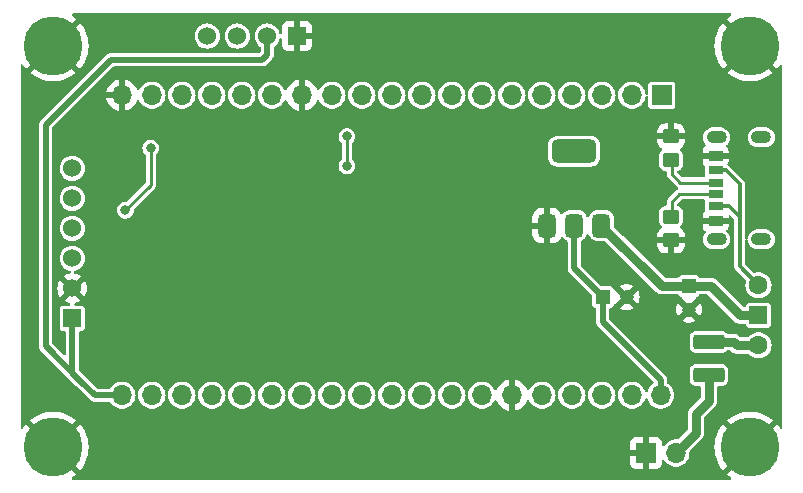
<source format=gbr>
%TF.GenerationSoftware,KiCad,Pcbnew,8.0.4*%
%TF.CreationDate,2024-07-29T23:21:23-04:00*%
%TF.ProjectId,esp32-node-board-40x65_telemetry,65737033-322d-46e6-9f64-652d626f6172,rev?*%
%TF.SameCoordinates,Original*%
%TF.FileFunction,Copper,L1,Top*%
%TF.FilePolarity,Positive*%
%FSLAX46Y46*%
G04 Gerber Fmt 4.6, Leading zero omitted, Abs format (unit mm)*
G04 Created by KiCad (PCBNEW 8.0.4) date 2024-07-29 23:21:23*
%MOMM*%
%LPD*%
G01*
G04 APERTURE LIST*
G04 Aperture macros list*
%AMRoundRect*
0 Rectangle with rounded corners*
0 $1 Rounding radius*
0 $2 $3 $4 $5 $6 $7 $8 $9 X,Y pos of 4 corners*
0 Add a 4 corners polygon primitive as box body*
4,1,4,$2,$3,$4,$5,$6,$7,$8,$9,$2,$3,0*
0 Add four circle primitives for the rounded corners*
1,1,$1+$1,$2,$3*
1,1,$1+$1,$4,$5*
1,1,$1+$1,$6,$7*
1,1,$1+$1,$8,$9*
0 Add four rect primitives between the rounded corners*
20,1,$1+$1,$2,$3,$4,$5,0*
20,1,$1+$1,$4,$5,$6,$7,0*
20,1,$1+$1,$6,$7,$8,$9,0*
20,1,$1+$1,$8,$9,$2,$3,0*%
G04 Aperture macros list end*
%TA.AperFunction,ComponentPad*%
%ADD10C,1.200000*%
%TD*%
%TA.AperFunction,ComponentPad*%
%ADD11R,1.200000X1.200000*%
%TD*%
%TA.AperFunction,ComponentPad*%
%ADD12C,5.000000*%
%TD*%
%TA.AperFunction,SMDPad,CuDef*%
%ADD13O,1.701800X1.092200*%
%TD*%
%TA.AperFunction,SMDPad,CuDef*%
%ADD14R,1.193800X0.711200*%
%TD*%
%TA.AperFunction,SMDPad,CuDef*%
%ADD15R,1.193800X0.762000*%
%TD*%
%TA.AperFunction,SMDPad,CuDef*%
%ADD16R,1.193800X0.812800*%
%TD*%
%TA.AperFunction,ComponentPad*%
%ADD17R,1.524000X1.524000*%
%TD*%
%TA.AperFunction,ComponentPad*%
%ADD18C,1.524000*%
%TD*%
%TA.AperFunction,SMDPad,CuDef*%
%ADD19RoundRect,0.250000X-0.450000X0.350000X-0.450000X-0.350000X0.450000X-0.350000X0.450000X0.350000X0*%
%TD*%
%TA.AperFunction,ComponentPad*%
%ADD20R,1.700000X1.700000*%
%TD*%
%TA.AperFunction,ComponentPad*%
%ADD21O,1.700000X1.700000*%
%TD*%
%TA.AperFunction,SMDPad,CuDef*%
%ADD22RoundRect,0.250000X-1.075000X0.375000X-1.075000X-0.375000X1.075000X-0.375000X1.075000X0.375000X0*%
%TD*%
%TA.AperFunction,ComponentPad*%
%ADD23R,1.500000X1.500000*%
%TD*%
%TA.AperFunction,ComponentPad*%
%ADD24C,1.600000*%
%TD*%
%TA.AperFunction,SMDPad,CuDef*%
%ADD25RoundRect,0.375000X0.375000X-0.625000X0.375000X0.625000X-0.375000X0.625000X-0.375000X-0.625000X0*%
%TD*%
%TA.AperFunction,SMDPad,CuDef*%
%ADD26RoundRect,0.500000X1.400000X-0.500000X1.400000X0.500000X-1.400000X0.500000X-1.400000X-0.500000X0*%
%TD*%
%TA.AperFunction,ViaPad*%
%ADD27C,0.800000*%
%TD*%
%TA.AperFunction,Conductor*%
%ADD28C,0.500000*%
%TD*%
%TA.AperFunction,Conductor*%
%ADD29C,0.800000*%
%TD*%
%TA.AperFunction,Conductor*%
%ADD30C,0.250000*%
%TD*%
%TA.AperFunction,Conductor*%
%ADD31C,0.300000*%
%TD*%
G04 APERTURE END LIST*
D10*
%TO.P,C2,2*%
%TO.N,GND*%
X131427401Y-105850000D03*
D11*
%TO.P,C2,1*%
%TO.N,+5V*%
X129427401Y-105850000D03*
%TD*%
D12*
%TO.P,H1,1,GND*%
%TO.N,GND*%
X82875002Y-84570000D03*
%TO.P,H1,2,GND*%
X82875002Y-118570000D03*
%TO.P,H1,3,GND*%
X141875002Y-118570000D03*
%TO.P,H1,4,GND*%
X141875002Y-84570000D03*
%TD*%
D13*
%TO.P,J8,7*%
%TO.N,N/C*%
X139045600Y-100970000D03*
%TO.P,J8,8*%
X139045600Y-92330000D03*
%TO.P,J8,9*%
X142845599Y-100970000D03*
%TO.P,J8,10*%
X142845599Y-92330000D03*
D14*
%TO.P,J8,A5,CC1*%
%TO.N,Net-(J8-CC1)*%
X138965599Y-97149999D03*
D15*
%TO.P,J8,A9,VBUS1*%
%TO.N,/VBUS*%
X138965599Y-95130000D03*
D16*
%TO.P,J8,A12,GND1*%
%TO.N,GND*%
X138965599Y-93900000D03*
D14*
%TO.P,J8,B5,CC2*%
%TO.N,Net-(J8-CC2)*%
X138965599Y-96150001D03*
D15*
%TO.P,J8,B9,VBUS2*%
%TO.N,/VBUS*%
X138965716Y-98169936D03*
D16*
%TO.P,J8,B12,GND2*%
%TO.N,GND*%
X138965716Y-99399936D03*
%TD*%
D11*
%TO.P,C1,1*%
%TO.N,/VIN*%
X136700000Y-104904801D03*
D10*
%TO.P,C1,2*%
%TO.N,GND*%
X136700000Y-106904801D03*
%TD*%
D17*
%TO.P,J3,GND,GND*%
%TO.N,GND*%
X103540000Y-83750000D03*
D18*
%TO.P,J3,SCL,SCL*%
%TO.N,/SCL-2*%
X95920000Y-83750000D03*
%TO.P,J3,SDA,SDA*%
%TO.N,/SDA-2*%
X98460000Y-83750000D03*
%TO.P,J3,Vcc,VCC*%
%TO.N,+3V3*%
X101000000Y-83750000D03*
%TD*%
D19*
%TO.P,R7,1*%
%TO.N,GND*%
X135200000Y-92250000D03*
%TO.P,R7,2*%
%TO.N,Net-(J8-CC2)*%
X135200000Y-94250000D03*
%TD*%
D20*
%TO.P,J6,1,CLK*%
%TO.N,unconnected-(J6-CLK-Pad1)*%
X134420000Y-88750000D03*
D21*
%TO.P,J6,2,D0*%
%TO.N,unconnected-(J6-D0-Pad2)*%
X131880000Y-88750000D03*
%TO.P,J6,3,D1*%
%TO.N,unconnected-(J6-D1-Pad3)*%
X129340000Y-88750000D03*
%TO.P,J6,4,15*%
%TO.N,unconnected-(J6-15-Pad4)*%
X126800000Y-88750000D03*
%TO.P,J6,5,2*%
%TO.N,unconnected-(J6-2-Pad5)*%
X124260000Y-88750000D03*
%TO.P,J6,6,0*%
%TO.N,unconnected-(J6-0-Pad6)*%
X121720000Y-88750000D03*
%TO.P,J6,7,4*%
%TO.N,unconnected-(J6-4-Pad7)*%
X119180000Y-88750000D03*
%TO.P,J6,8,16*%
%TO.N,unconnected-(J6-16-Pad8)*%
X116640000Y-88750000D03*
%TO.P,J6,9,17*%
%TO.N,unconnected-(J6-17-Pad9)*%
X114100000Y-88750000D03*
%TO.P,J6,10,5*%
%TO.N,/SPI-CSB*%
X111560000Y-88750000D03*
%TO.P,J6,11,18*%
%TO.N,/SPI-SCL*%
X109020000Y-88750000D03*
%TO.P,J6,12,19*%
%TO.N,/SPI-SDO*%
X106480000Y-88750000D03*
%TO.P,J6,13,GND*%
%TO.N,GND*%
X103940000Y-88750000D03*
%TO.P,J6,14,21*%
%TO.N,/SDA-2*%
X101400000Y-88750000D03*
%TO.P,J6,15,RX*%
%TO.N,/RX*%
X98860000Y-88750000D03*
%TO.P,J6,16,TX*%
%TO.N,/TX*%
X96320000Y-88750000D03*
%TO.P,J6,17,22*%
%TO.N,/SCL-2*%
X93780000Y-88750000D03*
%TO.P,J6,18,23*%
%TO.N,/SPI-SDA*%
X91240000Y-88750000D03*
%TO.P,J6,19,GND*%
%TO.N,GND*%
X88700000Y-88750000D03*
%TO.P,J6,20,3V3*%
%TO.N,+3V3*%
X88700000Y-114150000D03*
%TO.P,J6,21,EN*%
%TO.N,unconnected-(J6-EN-Pad21)*%
X91240000Y-114150000D03*
%TO.P,J6,22,VN*%
%TO.N,unconnected-(J6-VN-Pad22)*%
X93780000Y-114150000D03*
%TO.P,J6,23,VP*%
%TO.N,unconnected-(J6-VP-Pad23)*%
X96320000Y-114150000D03*
%TO.P,J6,24,34*%
%TO.N,unconnected-(J6-34-Pad24)*%
X98860000Y-114150000D03*
%TO.P,J6,25,35*%
%TO.N,unconnected-(J6-35-Pad25)*%
X101400000Y-114150000D03*
%TO.P,J6,26,32*%
%TO.N,unconnected-(J6-32-Pad26)*%
X103940000Y-114150000D03*
%TO.P,J6,27,33*%
%TO.N,unconnected-(J6-33-Pad27)*%
X106480000Y-114150000D03*
%TO.P,J6,28,25*%
%TO.N,unconnected-(J6-25-Pad28)*%
X109020000Y-114150000D03*
%TO.P,J6,29,26*%
%TO.N,unconnected-(J6-26-Pad29)*%
X111560000Y-114150000D03*
%TO.P,J6,30,27*%
%TO.N,unconnected-(J6-27-Pad30)*%
X114100000Y-114150000D03*
%TO.P,J6,31,14*%
%TO.N,unconnected-(J6-14-Pad31)*%
X116640000Y-114150000D03*
%TO.P,J6,32,12*%
%TO.N,unconnected-(J6-12-Pad32)*%
X119180000Y-114150000D03*
%TO.P,J6,33,GND*%
%TO.N,GND*%
X121720000Y-114150000D03*
%TO.P,J6,34,13*%
%TO.N,unconnected-(J6-13-Pad34)*%
X124260000Y-114150000D03*
%TO.P,J6,35,D2*%
%TO.N,unconnected-(J6-D2-Pad35)*%
X126800000Y-114150000D03*
%TO.P,J6,36,D3*%
%TO.N,unconnected-(J6-D3-Pad36)*%
X129340000Y-114150000D03*
%TO.P,J6,37,CMD*%
%TO.N,unconnected-(J6-CMD-Pad37)*%
X131880000Y-114150000D03*
%TO.P,J6,38,5V*%
%TO.N,+5V*%
X134310000Y-114150000D03*
%TD*%
D20*
%TO.P,J1,1,Pin_1*%
%TO.N,GND*%
X133060000Y-119050000D03*
D21*
%TO.P,J1,2,Pin_2*%
%TO.N,/VDC*%
X135600000Y-119050000D03*
%TD*%
D18*
%TO.P,J5,CSB,CSB*%
%TO.N,/SPI-CSB*%
X84500000Y-97490000D03*
%TO.P,J5,GND,GND*%
%TO.N,GND*%
X84500000Y-105110000D03*
%TO.P,J5,SCL,SCL*%
%TO.N,/SPI-SCL*%
X84500000Y-102570000D03*
%TO.P,J5,SDA,SDA*%
%TO.N,/SPI-SDA*%
X84500000Y-100030000D03*
%TO.P,J5,SDO,SDO*%
%TO.N,/SPI-SDO*%
X84500000Y-94950000D03*
D17*
%TO.P,J5,Vcc,VCC*%
%TO.N,+3V3*%
X84500000Y-107650000D03*
%TD*%
D22*
%TO.P,D1,1,K*%
%TO.N,Net-(D1-K)*%
X138400000Y-109650000D03*
%TO.P,D1,2,A*%
%TO.N,/VDC*%
X138400000Y-112450000D03*
%TD*%
D23*
%TO.P,SW2,1,COM*%
%TO.N,/VIN*%
X142600000Y-107390000D03*
D24*
%TO.P,SW2,2,A*%
%TO.N,/VBUS*%
X142600000Y-104850000D03*
%TO.P,SW2,3,B*%
%TO.N,Net-(D1-K)*%
X142600000Y-109930000D03*
%TD*%
D19*
%TO.P,R1,1*%
%TO.N,Net-(J8-CC1)*%
X135200000Y-99050000D03*
%TO.P,R1,2*%
%TO.N,GND*%
X135200000Y-101050000D03*
%TD*%
D25*
%TO.P,U1,1,GND*%
%TO.N,GND*%
X124700000Y-99800000D03*
%TO.P,U1,2,VO*%
%TO.N,+5V*%
X127000000Y-99800000D03*
D26*
X127000000Y-93500000D03*
D25*
%TO.P,U1,3,VI*%
%TO.N,/VIN*%
X129300000Y-99800000D03*
%TD*%
D27*
%TO.N,/SPI-SCL*%
X107750000Y-92250000D03*
X107750000Y-94750000D03*
%TO.N,/SPI-SDA*%
X91140000Y-93250000D03*
X89000000Y-98500000D03*
%TD*%
D28*
%TO.N,+5V*%
X134310000Y-112860000D02*
X134310000Y-114150000D01*
X129427401Y-107977401D02*
X134310000Y-112860000D01*
X129427401Y-105850000D02*
X129427401Y-107977401D01*
X129427401Y-105850000D02*
X127000000Y-103422599D01*
X127000000Y-103422599D02*
X127000000Y-99800000D01*
D29*
%TO.N,/VIN*%
X134404801Y-104904801D02*
X129300000Y-99800000D01*
X136700000Y-104904801D02*
X134404801Y-104904801D01*
X141040000Y-107390000D02*
X142600000Y-107390000D01*
X138554801Y-104904801D02*
X141040000Y-107390000D01*
X136700000Y-104904801D02*
X138554801Y-104904801D01*
X136827401Y-104904801D02*
X136700000Y-104904801D01*
%TO.N,Net-(D1-K)*%
X140780000Y-109930000D02*
X142600000Y-109930000D01*
X140500000Y-109650000D02*
X140780000Y-109930000D01*
X138400000Y-109650000D02*
X140500000Y-109650000D01*
%TO.N,/VDC*%
X137300000Y-117350000D02*
X137300000Y-115750000D01*
X135600000Y-119050000D02*
X137300000Y-117350000D01*
X137300000Y-115750000D02*
X138400000Y-114650000D01*
X138400000Y-114650000D02*
X138400000Y-112450000D01*
D28*
%TO.N,+3V3*%
X84500000Y-107660000D02*
X84500000Y-112250000D01*
X85250000Y-113000000D02*
X82250000Y-110000000D01*
X82250000Y-110000000D02*
X82250000Y-91250000D01*
X88600000Y-114150000D02*
X86400000Y-114150000D01*
X84500000Y-112250000D02*
X85250000Y-113000000D01*
X87750000Y-85750000D02*
X100600000Y-85750000D01*
X101000000Y-85350000D02*
X101000000Y-83750000D01*
X86400000Y-114150000D02*
X85250000Y-113000000D01*
X100600000Y-85750000D02*
X101000000Y-85350000D01*
X82250000Y-91250000D02*
X87750000Y-85750000D01*
D30*
%TO.N,/SPI-SCL*%
X107750000Y-92250000D02*
X107750000Y-94750000D01*
%TO.N,/SPI-SDA*%
X91140000Y-93250000D02*
X91140000Y-96360000D01*
X91140000Y-96360000D02*
X89000000Y-98500000D01*
D31*
%TO.N,/VBUS*%
X141000000Y-96317501D02*
X141000000Y-99050000D01*
X138965716Y-98169936D02*
X140119936Y-98169936D01*
X141000000Y-103250000D02*
X142600000Y-104850000D01*
X141000000Y-99050000D02*
X141000000Y-103250000D01*
X139812499Y-95130000D02*
X141000000Y-96317501D01*
X140119936Y-98169936D02*
X141000000Y-99050000D01*
X138965599Y-95130000D02*
X139812499Y-95130000D01*
D30*
%TO.N,Net-(J8-CC2)*%
X135245599Y-94330000D02*
X135245599Y-95450000D01*
X135945600Y-96150001D02*
X138965599Y-96150001D01*
X135245599Y-95450000D02*
X135945600Y-96150001D01*
%TO.N,Net-(J8-CC1)*%
X135245599Y-97804401D02*
X135900001Y-97149999D01*
X135245599Y-98930000D02*
X135245599Y-97804401D01*
X135900001Y-97149999D02*
X138965599Y-97149999D01*
%TD*%
%TA.AperFunction,Conductor*%
%TO.N,GND*%
G36*
X140248844Y-81840185D02*
G01*
X140294599Y-81892989D01*
X140304543Y-81962147D01*
X140275518Y-82025703D01*
X140249944Y-82048100D01*
X140080487Y-82159553D01*
X139937821Y-82279264D01*
X139937820Y-82279265D01*
X140789415Y-83130860D01*
X140822900Y-83192183D01*
X140817916Y-83261875D01*
X140786076Y-83309439D01*
X140651260Y-83434529D01*
X140651258Y-83434532D01*
X140620077Y-83473632D01*
X140562888Y-83513772D01*
X140493077Y-83516622D01*
X140435449Y-83484000D01*
X139581150Y-82629701D01*
X139581149Y-82629702D01*
X139572978Y-82638363D01*
X139572974Y-82638368D01*
X139364291Y-82918677D01*
X139189563Y-83221316D01*
X139189557Y-83221329D01*
X139051147Y-83542199D01*
X138950918Y-83876988D01*
X138950916Y-83876997D01*
X138890238Y-84221119D01*
X138890237Y-84221130D01*
X138869918Y-84569996D01*
X138869918Y-84570003D01*
X138890237Y-84918869D01*
X138890238Y-84918880D01*
X138950916Y-85263002D01*
X138950918Y-85263011D01*
X139051147Y-85597800D01*
X139189557Y-85918670D01*
X139189563Y-85918683D01*
X139364291Y-86221322D01*
X139572969Y-86501625D01*
X139581150Y-86510296D01*
X140435448Y-85655999D01*
X140496771Y-85622514D01*
X140566463Y-85627498D01*
X140620075Y-85666366D01*
X140651260Y-85705471D01*
X140786074Y-85830559D01*
X140821829Y-85890588D01*
X140819454Y-85960417D01*
X140789414Y-86009139D01*
X139937820Y-86860732D01*
X139937821Y-86860734D01*
X140080486Y-86980445D01*
X140372463Y-87172480D01*
X140684741Y-87329314D01*
X140684747Y-87329316D01*
X141013132Y-87448838D01*
X141013135Y-87448839D01*
X141353173Y-87529429D01*
X141700278Y-87569999D01*
X141700279Y-87570000D01*
X142049725Y-87570000D01*
X142049725Y-87569999D01*
X142396829Y-87529429D01*
X142396831Y-87529429D01*
X142736868Y-87448839D01*
X142736871Y-87448838D01*
X143065256Y-87329316D01*
X143065262Y-87329314D01*
X143377540Y-87172480D01*
X143669511Y-86980449D01*
X143669512Y-86980448D01*
X143812181Y-86860734D01*
X143812182Y-86860733D01*
X142960589Y-86009140D01*
X142927104Y-85947817D01*
X142932088Y-85878125D01*
X142963929Y-85830560D01*
X143002740Y-85794548D01*
X143098746Y-85705468D01*
X143129926Y-85666368D01*
X143187114Y-85626228D01*
X143256926Y-85623378D01*
X143314555Y-85656000D01*
X144168852Y-86510297D01*
X144168853Y-86510296D01*
X144177024Y-86501636D01*
X144177035Y-86501623D01*
X144385712Y-86221322D01*
X144393114Y-86208502D01*
X144443680Y-86160286D01*
X144512286Y-86147061D01*
X144577152Y-86173028D01*
X144617681Y-86229941D01*
X144624502Y-86270500D01*
X144624502Y-116869499D01*
X144604817Y-116936538D01*
X144552013Y-116982293D01*
X144482855Y-116992237D01*
X144419299Y-116963212D01*
X144393115Y-116931500D01*
X144385709Y-116918674D01*
X144177034Y-116638374D01*
X144168852Y-116629702D01*
X143314554Y-117483999D01*
X143253231Y-117517484D01*
X143183539Y-117512500D01*
X143129926Y-117473631D01*
X143098742Y-117434527D01*
X142963928Y-117309439D01*
X142928173Y-117249410D01*
X142930548Y-117179581D01*
X142960588Y-117130859D01*
X143812182Y-116279265D01*
X143812181Y-116279264D01*
X143669521Y-116159557D01*
X143377540Y-115967519D01*
X143065262Y-115810685D01*
X143065256Y-115810683D01*
X142736871Y-115691161D01*
X142736868Y-115691160D01*
X142396830Y-115610570D01*
X142049725Y-115570000D01*
X141700279Y-115570000D01*
X141353174Y-115610570D01*
X141353172Y-115610570D01*
X141013135Y-115691160D01*
X141013132Y-115691161D01*
X140684747Y-115810683D01*
X140684741Y-115810685D01*
X140372463Y-115967519D01*
X140080482Y-116159557D01*
X139937821Y-116279264D01*
X139937820Y-116279265D01*
X140789415Y-117130860D01*
X140822900Y-117192183D01*
X140817916Y-117261875D01*
X140786076Y-117309439D01*
X140651260Y-117434529D01*
X140651258Y-117434532D01*
X140620077Y-117473632D01*
X140562888Y-117513772D01*
X140493077Y-117516622D01*
X140435449Y-117484000D01*
X139581150Y-116629701D01*
X139581149Y-116629702D01*
X139572978Y-116638363D01*
X139572974Y-116638368D01*
X139364291Y-116918677D01*
X139189563Y-117221316D01*
X139189557Y-117221329D01*
X139051147Y-117542199D01*
X138950918Y-117876988D01*
X138950916Y-117876997D01*
X138890238Y-118221119D01*
X138890237Y-118221130D01*
X138869918Y-118569996D01*
X138869918Y-118570003D01*
X138890237Y-118918869D01*
X138890238Y-118918880D01*
X138950916Y-119263002D01*
X138950918Y-119263011D01*
X139051147Y-119597800D01*
X139189557Y-119918670D01*
X139189563Y-119918683D01*
X139364291Y-120221322D01*
X139572969Y-120501625D01*
X139581150Y-120510296D01*
X140435448Y-119655999D01*
X140496771Y-119622514D01*
X140566463Y-119627498D01*
X140620075Y-119666366D01*
X140651260Y-119705471D01*
X140786074Y-119830559D01*
X140821829Y-119890588D01*
X140819454Y-119960417D01*
X140789414Y-120009139D01*
X139937820Y-120860732D01*
X139937821Y-120860734D01*
X140080486Y-120980445D01*
X140249944Y-121091899D01*
X140295138Y-121145184D01*
X140304349Y-121214444D01*
X140274654Y-121277689D01*
X140215480Y-121314840D01*
X140181805Y-121319500D01*
X84568199Y-121319500D01*
X84501160Y-121299815D01*
X84455405Y-121247011D01*
X84445461Y-121177853D01*
X84474486Y-121114297D01*
X84500060Y-121091899D01*
X84669511Y-120980449D01*
X84669512Y-120980448D01*
X84812181Y-120860734D01*
X84812182Y-120860733D01*
X83960589Y-120009140D01*
X83927104Y-119947817D01*
X83932088Y-119878125D01*
X83963929Y-119830560D01*
X84036780Y-119762964D01*
X84098746Y-119705468D01*
X84129926Y-119666368D01*
X84187114Y-119626228D01*
X84256926Y-119623378D01*
X84314555Y-119656000D01*
X85168852Y-120510297D01*
X85168853Y-120510296D01*
X85177024Y-120501636D01*
X85177035Y-120501623D01*
X85385712Y-120221322D01*
X85560440Y-119918683D01*
X85560446Y-119918670D01*
X85698856Y-119597800D01*
X85799085Y-119263011D01*
X85799087Y-119263002D01*
X85859765Y-118918880D01*
X85859766Y-118918869D01*
X85880086Y-118570003D01*
X85880086Y-118569996D01*
X85859766Y-118221130D01*
X85859765Y-118221119D01*
X85847605Y-118152155D01*
X131710000Y-118152155D01*
X131710000Y-118800000D01*
X132626988Y-118800000D01*
X132594075Y-118857007D01*
X132560000Y-118984174D01*
X132560000Y-119115826D01*
X132594075Y-119242993D01*
X132626988Y-119300000D01*
X131710000Y-119300000D01*
X131710000Y-119947844D01*
X131716401Y-120007372D01*
X131716403Y-120007379D01*
X131766645Y-120142086D01*
X131766649Y-120142093D01*
X131852809Y-120257187D01*
X131852812Y-120257190D01*
X131967906Y-120343350D01*
X131967913Y-120343354D01*
X132102620Y-120393596D01*
X132102627Y-120393598D01*
X132162155Y-120399999D01*
X132162172Y-120400000D01*
X132810000Y-120400000D01*
X132810000Y-119483012D01*
X132867007Y-119515925D01*
X132994174Y-119550000D01*
X133125826Y-119550000D01*
X133252993Y-119515925D01*
X133310000Y-119483012D01*
X133310000Y-120400000D01*
X133957828Y-120400000D01*
X133957844Y-120399999D01*
X134017372Y-120393598D01*
X134017379Y-120393596D01*
X134152086Y-120343354D01*
X134152093Y-120343350D01*
X134267187Y-120257190D01*
X134267190Y-120257187D01*
X134353350Y-120142093D01*
X134353354Y-120142086D01*
X134403596Y-120007379D01*
X134403598Y-120007372D01*
X134409999Y-119947844D01*
X134410000Y-119947827D01*
X134410000Y-119753268D01*
X134429685Y-119686229D01*
X134482489Y-119640474D01*
X134551647Y-119630530D01*
X134615203Y-119659555D01*
X134632950Y-119678537D01*
X134746128Y-119828407D01*
X134903698Y-119972052D01*
X135084981Y-120084298D01*
X135283802Y-120161321D01*
X135493390Y-120200500D01*
X135493392Y-120200500D01*
X135706608Y-120200500D01*
X135706610Y-120200500D01*
X135916198Y-120161321D01*
X136115019Y-120084298D01*
X136296302Y-119972052D01*
X136453872Y-119828407D01*
X136582366Y-119658255D01*
X136600163Y-119622514D01*
X136677403Y-119467394D01*
X136677403Y-119467393D01*
X136677405Y-119467389D01*
X136735756Y-119262310D01*
X136755429Y-119050000D01*
X136746826Y-118957161D01*
X136760241Y-118888592D01*
X136782613Y-118858042D01*
X137844114Y-117796543D01*
X137920775Y-117681811D01*
X137973580Y-117554328D01*
X137994191Y-117450710D01*
X138000500Y-117418996D01*
X138000500Y-116091519D01*
X138020185Y-116024480D01*
X138036819Y-116003838D01*
X138944112Y-115096545D01*
X138944114Y-115096543D01*
X139020775Y-114981811D01*
X139073580Y-114854328D01*
X139092690Y-114758257D01*
X139100500Y-114718996D01*
X139100500Y-113499500D01*
X139120185Y-113432461D01*
X139172989Y-113386706D01*
X139224500Y-113375500D01*
X139518097Y-113375500D01*
X139518102Y-113375500D01*
X139606564Y-113364877D01*
X139747342Y-113309361D01*
X139867922Y-113217922D01*
X139959361Y-113097342D01*
X140014877Y-112956564D01*
X140025500Y-112868102D01*
X140025500Y-112031898D01*
X140014877Y-111943436D01*
X139959361Y-111802658D01*
X139959360Y-111802657D01*
X139959360Y-111802656D01*
X139867922Y-111682077D01*
X139747343Y-111590639D01*
X139606561Y-111535122D01*
X139560926Y-111529642D01*
X139518102Y-111524500D01*
X137281898Y-111524500D01*
X137242853Y-111529188D01*
X137193438Y-111535122D01*
X137052656Y-111590639D01*
X136932077Y-111682077D01*
X136840639Y-111802656D01*
X136785122Y-111943438D01*
X136781859Y-111970613D01*
X136774500Y-112031898D01*
X136774500Y-112868102D01*
X136775517Y-112876567D01*
X136785122Y-112956561D01*
X136840639Y-113097343D01*
X136932077Y-113217922D01*
X137052656Y-113309360D01*
X137052657Y-113309360D01*
X137052658Y-113309361D01*
X137193436Y-113364877D01*
X137281898Y-113375500D01*
X137575500Y-113375500D01*
X137642539Y-113395185D01*
X137688294Y-113447989D01*
X137699500Y-113499500D01*
X137699500Y-114308480D01*
X137679815Y-114375519D01*
X137663181Y-114396161D01*
X136755888Y-115303453D01*
X136755884Y-115303458D01*
X136730722Y-115341116D01*
X136724453Y-115350500D01*
X136701761Y-115384460D01*
X136679223Y-115418191D01*
X136626421Y-115545667D01*
X136626418Y-115545677D01*
X136599500Y-115681004D01*
X136599500Y-117008480D01*
X136579815Y-117075519D01*
X136563181Y-117096161D01*
X135796161Y-117863181D01*
X135734838Y-117896666D01*
X135708480Y-117899500D01*
X135706610Y-117899500D01*
X135493390Y-117899500D01*
X135283802Y-117938679D01*
X135283799Y-117938679D01*
X135283799Y-117938680D01*
X135084982Y-118015701D01*
X135084980Y-118015702D01*
X134903699Y-118127947D01*
X134746127Y-118271593D01*
X134632954Y-118421458D01*
X134576845Y-118463094D01*
X134507133Y-118467785D01*
X134445951Y-118434043D01*
X134412724Y-118372579D01*
X134410000Y-118346731D01*
X134410000Y-118152172D01*
X134409999Y-118152155D01*
X134403598Y-118092627D01*
X134403596Y-118092620D01*
X134353354Y-117957913D01*
X134353350Y-117957906D01*
X134267190Y-117842812D01*
X134267187Y-117842809D01*
X134152093Y-117756649D01*
X134152086Y-117756645D01*
X134017379Y-117706403D01*
X134017372Y-117706401D01*
X133957844Y-117700000D01*
X133310000Y-117700000D01*
X133310000Y-118616988D01*
X133252993Y-118584075D01*
X133125826Y-118550000D01*
X132994174Y-118550000D01*
X132867007Y-118584075D01*
X132810000Y-118616988D01*
X132810000Y-117700000D01*
X132162155Y-117700000D01*
X132102627Y-117706401D01*
X132102620Y-117706403D01*
X131967913Y-117756645D01*
X131967906Y-117756649D01*
X131852812Y-117842809D01*
X131852809Y-117842812D01*
X131766649Y-117957906D01*
X131766645Y-117957913D01*
X131716403Y-118092620D01*
X131716401Y-118092627D01*
X131710000Y-118152155D01*
X85847605Y-118152155D01*
X85799087Y-117876997D01*
X85799085Y-117876988D01*
X85698856Y-117542199D01*
X85560446Y-117221329D01*
X85560440Y-117221316D01*
X85385712Y-116918677D01*
X85177034Y-116638374D01*
X85168852Y-116629702D01*
X84314554Y-117483999D01*
X84253231Y-117517484D01*
X84183539Y-117512500D01*
X84129926Y-117473631D01*
X84098742Y-117434527D01*
X83963928Y-117309439D01*
X83928173Y-117249410D01*
X83930548Y-117179581D01*
X83960588Y-117130859D01*
X84812182Y-116279265D01*
X84812181Y-116279264D01*
X84669521Y-116159557D01*
X84377540Y-115967519D01*
X84065262Y-115810685D01*
X84065256Y-115810683D01*
X83736871Y-115691161D01*
X83736868Y-115691160D01*
X83396830Y-115610570D01*
X83049725Y-115570000D01*
X82700279Y-115570000D01*
X82353174Y-115610570D01*
X82353172Y-115610570D01*
X82013135Y-115691160D01*
X82013132Y-115691161D01*
X81684747Y-115810683D01*
X81684741Y-115810685D01*
X81372463Y-115967519D01*
X81080482Y-116159557D01*
X80937821Y-116279264D01*
X80937820Y-116279265D01*
X81789415Y-117130860D01*
X81822900Y-117192183D01*
X81817916Y-117261875D01*
X81786076Y-117309439D01*
X81651260Y-117434529D01*
X81651258Y-117434532D01*
X81620077Y-117473632D01*
X81562888Y-117513772D01*
X81493077Y-117516622D01*
X81435449Y-117484000D01*
X80581150Y-116629701D01*
X80581149Y-116629702D01*
X80572978Y-116638363D01*
X80572974Y-116638368D01*
X80364294Y-116918674D01*
X80356889Y-116931500D01*
X80306321Y-116979715D01*
X80237714Y-116992937D01*
X80172850Y-116966969D01*
X80132322Y-116910055D01*
X80125502Y-116869499D01*
X80125502Y-91177525D01*
X81699500Y-91177525D01*
X81699500Y-109927526D01*
X81699500Y-110072474D01*
X81722031Y-110156561D01*
X81737016Y-110212485D01*
X81809489Y-110338013D01*
X81809491Y-110338016D01*
X84052419Y-112580943D01*
X84052422Y-112580947D01*
X84059490Y-112588015D01*
X84809490Y-113338015D01*
X86061986Y-114590510D01*
X86182847Y-114660289D01*
X86187515Y-114662984D01*
X86327525Y-114700500D01*
X86327526Y-114700500D01*
X86472474Y-114700500D01*
X87612806Y-114700500D01*
X87679845Y-114720185D01*
X87713377Y-114754285D01*
X87714179Y-114753680D01*
X87790188Y-114854332D01*
X87846128Y-114928407D01*
X88003698Y-115072052D01*
X88184981Y-115184298D01*
X88383802Y-115261321D01*
X88593390Y-115300500D01*
X88593392Y-115300500D01*
X88806608Y-115300500D01*
X88806610Y-115300500D01*
X89016198Y-115261321D01*
X89215019Y-115184298D01*
X89396302Y-115072052D01*
X89553872Y-114928407D01*
X89682366Y-114758255D01*
X89684644Y-114753680D01*
X89777403Y-114567394D01*
X89777403Y-114567393D01*
X89777405Y-114567389D01*
X89835756Y-114362310D01*
X89846529Y-114246047D01*
X89872315Y-114181111D01*
X89914622Y-114150804D01*
X90023130Y-114150804D01*
X90059503Y-114171668D01*
X90091693Y-114233681D01*
X90093470Y-114246047D01*
X90104244Y-114362310D01*
X90157675Y-114550099D01*
X90162596Y-114567392D01*
X90162596Y-114567394D01*
X90257632Y-114758253D01*
X90386127Y-114928406D01*
X90386128Y-114928407D01*
X90543698Y-115072052D01*
X90724981Y-115184298D01*
X90923802Y-115261321D01*
X91133390Y-115300500D01*
X91133392Y-115300500D01*
X91346608Y-115300500D01*
X91346610Y-115300500D01*
X91556198Y-115261321D01*
X91755019Y-115184298D01*
X91936302Y-115072052D01*
X92093872Y-114928407D01*
X92222366Y-114758255D01*
X92224644Y-114753680D01*
X92317403Y-114567394D01*
X92317403Y-114567393D01*
X92317405Y-114567389D01*
X92375756Y-114362310D01*
X92386529Y-114246047D01*
X92412315Y-114181111D01*
X92454622Y-114150804D01*
X92563130Y-114150804D01*
X92599503Y-114171668D01*
X92631693Y-114233681D01*
X92633470Y-114246047D01*
X92644244Y-114362310D01*
X92697675Y-114550099D01*
X92702596Y-114567392D01*
X92702596Y-114567394D01*
X92797632Y-114758253D01*
X92926127Y-114928406D01*
X92926128Y-114928407D01*
X93083698Y-115072052D01*
X93264981Y-115184298D01*
X93463802Y-115261321D01*
X93673390Y-115300500D01*
X93673392Y-115300500D01*
X93886608Y-115300500D01*
X93886610Y-115300500D01*
X94096198Y-115261321D01*
X94295019Y-115184298D01*
X94476302Y-115072052D01*
X94633872Y-114928407D01*
X94762366Y-114758255D01*
X94764644Y-114753680D01*
X94857403Y-114567394D01*
X94857403Y-114567393D01*
X94857405Y-114567389D01*
X94915756Y-114362310D01*
X94926529Y-114246047D01*
X94952315Y-114181111D01*
X94994622Y-114150804D01*
X95103130Y-114150804D01*
X95139503Y-114171668D01*
X95171693Y-114233681D01*
X95173470Y-114246047D01*
X95184244Y-114362310D01*
X95237675Y-114550099D01*
X95242596Y-114567392D01*
X95242596Y-114567394D01*
X95337632Y-114758253D01*
X95466127Y-114928406D01*
X95466128Y-114928407D01*
X95623698Y-115072052D01*
X95804981Y-115184298D01*
X96003802Y-115261321D01*
X96213390Y-115300500D01*
X96213392Y-115300500D01*
X96426608Y-115300500D01*
X96426610Y-115300500D01*
X96636198Y-115261321D01*
X96835019Y-115184298D01*
X97016302Y-115072052D01*
X97173872Y-114928407D01*
X97302366Y-114758255D01*
X97304644Y-114753680D01*
X97397403Y-114567394D01*
X97397403Y-114567393D01*
X97397405Y-114567389D01*
X97455756Y-114362310D01*
X97466529Y-114246047D01*
X97492315Y-114181111D01*
X97534622Y-114150804D01*
X97643130Y-114150804D01*
X97679503Y-114171668D01*
X97711693Y-114233681D01*
X97713470Y-114246047D01*
X97724244Y-114362310D01*
X97777675Y-114550099D01*
X97782596Y-114567392D01*
X97782596Y-114567394D01*
X97877632Y-114758253D01*
X98006127Y-114928406D01*
X98006128Y-114928407D01*
X98163698Y-115072052D01*
X98344981Y-115184298D01*
X98543802Y-115261321D01*
X98753390Y-115300500D01*
X98753392Y-115300500D01*
X98966608Y-115300500D01*
X98966610Y-115300500D01*
X99176198Y-115261321D01*
X99375019Y-115184298D01*
X99556302Y-115072052D01*
X99713872Y-114928407D01*
X99842366Y-114758255D01*
X99844644Y-114753680D01*
X99937403Y-114567394D01*
X99937403Y-114567393D01*
X99937405Y-114567389D01*
X99995756Y-114362310D01*
X100006529Y-114246047D01*
X100032315Y-114181111D01*
X100074622Y-114150804D01*
X100183130Y-114150804D01*
X100219503Y-114171668D01*
X100251693Y-114233681D01*
X100253470Y-114246047D01*
X100264244Y-114362310D01*
X100317675Y-114550099D01*
X100322596Y-114567392D01*
X100322596Y-114567394D01*
X100417632Y-114758253D01*
X100546127Y-114928406D01*
X100546128Y-114928407D01*
X100703698Y-115072052D01*
X100884981Y-115184298D01*
X101083802Y-115261321D01*
X101293390Y-115300500D01*
X101293392Y-115300500D01*
X101506608Y-115300500D01*
X101506610Y-115300500D01*
X101716198Y-115261321D01*
X101915019Y-115184298D01*
X102096302Y-115072052D01*
X102253872Y-114928407D01*
X102382366Y-114758255D01*
X102384644Y-114753680D01*
X102477403Y-114567394D01*
X102477403Y-114567393D01*
X102477405Y-114567389D01*
X102535756Y-114362310D01*
X102546529Y-114246047D01*
X102572315Y-114181111D01*
X102614622Y-114150804D01*
X102723130Y-114150804D01*
X102759503Y-114171668D01*
X102791693Y-114233681D01*
X102793470Y-114246047D01*
X102804244Y-114362310D01*
X102857675Y-114550099D01*
X102862596Y-114567392D01*
X102862596Y-114567394D01*
X102957632Y-114758253D01*
X103086127Y-114928406D01*
X103086128Y-114928407D01*
X103243698Y-115072052D01*
X103424981Y-115184298D01*
X103623802Y-115261321D01*
X103833390Y-115300500D01*
X103833392Y-115300500D01*
X104046608Y-115300500D01*
X104046610Y-115300500D01*
X104256198Y-115261321D01*
X104455019Y-115184298D01*
X104636302Y-115072052D01*
X104793872Y-114928407D01*
X104922366Y-114758255D01*
X104924644Y-114753680D01*
X105017403Y-114567394D01*
X105017403Y-114567393D01*
X105017405Y-114567389D01*
X105075756Y-114362310D01*
X105086529Y-114246047D01*
X105112315Y-114181111D01*
X105154622Y-114150804D01*
X105263130Y-114150804D01*
X105299503Y-114171668D01*
X105331693Y-114233681D01*
X105333470Y-114246047D01*
X105344244Y-114362310D01*
X105397675Y-114550099D01*
X105402596Y-114567392D01*
X105402596Y-114567394D01*
X105497632Y-114758253D01*
X105626127Y-114928406D01*
X105626128Y-114928407D01*
X105783698Y-115072052D01*
X105964981Y-115184298D01*
X106163802Y-115261321D01*
X106373390Y-115300500D01*
X106373392Y-115300500D01*
X106586608Y-115300500D01*
X106586610Y-115300500D01*
X106796198Y-115261321D01*
X106995019Y-115184298D01*
X107176302Y-115072052D01*
X107333872Y-114928407D01*
X107462366Y-114758255D01*
X107464644Y-114753680D01*
X107557403Y-114567394D01*
X107557403Y-114567393D01*
X107557405Y-114567389D01*
X107615756Y-114362310D01*
X107626529Y-114246047D01*
X107652315Y-114181111D01*
X107694622Y-114150804D01*
X107803130Y-114150804D01*
X107839503Y-114171668D01*
X107871693Y-114233681D01*
X107873470Y-114246047D01*
X107884244Y-114362310D01*
X107937675Y-114550099D01*
X107942596Y-114567392D01*
X107942596Y-114567394D01*
X108037632Y-114758253D01*
X108166127Y-114928406D01*
X108166128Y-114928407D01*
X108323698Y-115072052D01*
X108504981Y-115184298D01*
X108703802Y-115261321D01*
X108913390Y-115300500D01*
X108913392Y-115300500D01*
X109126608Y-115300500D01*
X109126610Y-115300500D01*
X109336198Y-115261321D01*
X109535019Y-115184298D01*
X109716302Y-115072052D01*
X109873872Y-114928407D01*
X110002366Y-114758255D01*
X110004644Y-114753680D01*
X110097403Y-114567394D01*
X110097403Y-114567393D01*
X110097405Y-114567389D01*
X110155756Y-114362310D01*
X110166529Y-114246047D01*
X110192315Y-114181111D01*
X110234622Y-114150804D01*
X110343130Y-114150804D01*
X110379503Y-114171668D01*
X110411693Y-114233681D01*
X110413470Y-114246047D01*
X110424244Y-114362310D01*
X110477675Y-114550099D01*
X110482596Y-114567392D01*
X110482596Y-114567394D01*
X110577632Y-114758253D01*
X110706127Y-114928406D01*
X110706128Y-114928407D01*
X110863698Y-115072052D01*
X111044981Y-115184298D01*
X111243802Y-115261321D01*
X111453390Y-115300500D01*
X111453392Y-115300500D01*
X111666608Y-115300500D01*
X111666610Y-115300500D01*
X111876198Y-115261321D01*
X112075019Y-115184298D01*
X112256302Y-115072052D01*
X112413872Y-114928407D01*
X112542366Y-114758255D01*
X112544644Y-114753680D01*
X112637403Y-114567394D01*
X112637403Y-114567393D01*
X112637405Y-114567389D01*
X112695756Y-114362310D01*
X112706529Y-114246047D01*
X112732315Y-114181111D01*
X112774622Y-114150804D01*
X112883130Y-114150804D01*
X112919503Y-114171668D01*
X112951693Y-114233681D01*
X112953470Y-114246047D01*
X112964244Y-114362310D01*
X113017675Y-114550099D01*
X113022596Y-114567392D01*
X113022596Y-114567394D01*
X113117632Y-114758253D01*
X113246127Y-114928406D01*
X113246128Y-114928407D01*
X113403698Y-115072052D01*
X113584981Y-115184298D01*
X113783802Y-115261321D01*
X113993390Y-115300500D01*
X113993392Y-115300500D01*
X114206608Y-115300500D01*
X114206610Y-115300500D01*
X114416198Y-115261321D01*
X114615019Y-115184298D01*
X114796302Y-115072052D01*
X114953872Y-114928407D01*
X115082366Y-114758255D01*
X115084644Y-114753680D01*
X115177403Y-114567394D01*
X115177403Y-114567393D01*
X115177405Y-114567389D01*
X115235756Y-114362310D01*
X115246529Y-114246047D01*
X115272315Y-114181111D01*
X115314622Y-114150804D01*
X115423130Y-114150804D01*
X115459503Y-114171668D01*
X115491693Y-114233681D01*
X115493470Y-114246047D01*
X115504244Y-114362310D01*
X115557675Y-114550099D01*
X115562596Y-114567392D01*
X115562596Y-114567394D01*
X115657632Y-114758253D01*
X115786127Y-114928406D01*
X115786128Y-114928407D01*
X115943698Y-115072052D01*
X116124981Y-115184298D01*
X116323802Y-115261321D01*
X116533390Y-115300500D01*
X116533392Y-115300500D01*
X116746608Y-115300500D01*
X116746610Y-115300500D01*
X116956198Y-115261321D01*
X117155019Y-115184298D01*
X117336302Y-115072052D01*
X117493872Y-114928407D01*
X117622366Y-114758255D01*
X117624644Y-114753680D01*
X117717403Y-114567394D01*
X117717403Y-114567393D01*
X117717405Y-114567389D01*
X117775756Y-114362310D01*
X117786529Y-114246047D01*
X117812315Y-114181111D01*
X117854622Y-114150804D01*
X117963130Y-114150804D01*
X117999503Y-114171668D01*
X118031693Y-114233681D01*
X118033470Y-114246047D01*
X118044244Y-114362310D01*
X118097675Y-114550099D01*
X118102596Y-114567392D01*
X118102596Y-114567394D01*
X118197632Y-114758253D01*
X118326127Y-114928406D01*
X118326128Y-114928407D01*
X118483698Y-115072052D01*
X118664981Y-115184298D01*
X118863802Y-115261321D01*
X119073390Y-115300500D01*
X119073392Y-115300500D01*
X119286608Y-115300500D01*
X119286610Y-115300500D01*
X119496198Y-115261321D01*
X119695019Y-115184298D01*
X119876302Y-115072052D01*
X120033872Y-114928407D01*
X120162366Y-114758255D01*
X120229325Y-114623781D01*
X120276825Y-114572548D01*
X120344488Y-114555126D01*
X120410828Y-114577051D01*
X120452705Y-114626651D01*
X120546399Y-114827578D01*
X120681894Y-115021082D01*
X120848917Y-115188105D01*
X121042421Y-115323600D01*
X121256507Y-115423429D01*
X121256516Y-115423433D01*
X121470000Y-115480634D01*
X121470000Y-114583012D01*
X121527007Y-114615925D01*
X121654174Y-114650000D01*
X121785826Y-114650000D01*
X121912993Y-114615925D01*
X121970000Y-114583012D01*
X121970000Y-115480633D01*
X122183483Y-115423433D01*
X122183492Y-115423429D01*
X122397578Y-115323600D01*
X122591082Y-115188105D01*
X122758105Y-115021082D01*
X122893600Y-114827578D01*
X122987294Y-114626651D01*
X123033466Y-114574212D01*
X123100660Y-114555060D01*
X123167541Y-114575276D01*
X123210676Y-114623785D01*
X123277632Y-114758253D01*
X123406127Y-114928406D01*
X123406128Y-114928407D01*
X123563698Y-115072052D01*
X123744981Y-115184298D01*
X123943802Y-115261321D01*
X124153390Y-115300500D01*
X124153392Y-115300500D01*
X124366608Y-115300500D01*
X124366610Y-115300500D01*
X124576198Y-115261321D01*
X124775019Y-115184298D01*
X124956302Y-115072052D01*
X125113872Y-114928407D01*
X125242366Y-114758255D01*
X125244644Y-114753680D01*
X125337403Y-114567394D01*
X125337403Y-114567393D01*
X125337405Y-114567389D01*
X125395756Y-114362310D01*
X125406529Y-114246047D01*
X125432315Y-114181111D01*
X125474622Y-114150804D01*
X125583130Y-114150804D01*
X125619503Y-114171668D01*
X125651693Y-114233681D01*
X125653470Y-114246047D01*
X125664244Y-114362310D01*
X125717675Y-114550099D01*
X125722596Y-114567392D01*
X125722596Y-114567394D01*
X125817632Y-114758253D01*
X125946127Y-114928406D01*
X125946128Y-114928407D01*
X126103698Y-115072052D01*
X126284981Y-115184298D01*
X126483802Y-115261321D01*
X126693390Y-115300500D01*
X126693392Y-115300500D01*
X126906608Y-115300500D01*
X126906610Y-115300500D01*
X127116198Y-115261321D01*
X127315019Y-115184298D01*
X127496302Y-115072052D01*
X127653872Y-114928407D01*
X127782366Y-114758255D01*
X127784644Y-114753680D01*
X127877403Y-114567394D01*
X127877403Y-114567393D01*
X127877405Y-114567389D01*
X127935756Y-114362310D01*
X127946529Y-114246047D01*
X127972315Y-114181111D01*
X128014622Y-114150804D01*
X128123130Y-114150804D01*
X128159503Y-114171668D01*
X128191693Y-114233681D01*
X128193470Y-114246047D01*
X128204244Y-114362310D01*
X128257675Y-114550099D01*
X128262596Y-114567392D01*
X128262596Y-114567394D01*
X128357632Y-114758253D01*
X128486127Y-114928406D01*
X128486128Y-114928407D01*
X128643698Y-115072052D01*
X128824981Y-115184298D01*
X129023802Y-115261321D01*
X129233390Y-115300500D01*
X129233392Y-115300500D01*
X129446608Y-115300500D01*
X129446610Y-115300500D01*
X129656198Y-115261321D01*
X129855019Y-115184298D01*
X130036302Y-115072052D01*
X130193872Y-114928407D01*
X130322366Y-114758255D01*
X130324644Y-114753680D01*
X130417403Y-114567394D01*
X130417403Y-114567393D01*
X130417405Y-114567389D01*
X130475756Y-114362310D01*
X130486529Y-114246047D01*
X130512315Y-114181111D01*
X130556869Y-114149194D01*
X130520497Y-114128331D01*
X130488307Y-114066318D01*
X130486529Y-114053951D01*
X130485849Y-114046613D01*
X130475756Y-113937690D01*
X130417405Y-113732611D01*
X130417403Y-113732606D01*
X130417403Y-113732605D01*
X130322367Y-113541746D01*
X130193872Y-113371593D01*
X130125606Y-113309360D01*
X130036302Y-113227948D01*
X129855019Y-113115702D01*
X129855017Y-113115701D01*
X129755608Y-113077190D01*
X129656198Y-113038679D01*
X129446610Y-112999500D01*
X129233390Y-112999500D01*
X129023802Y-113038679D01*
X129023799Y-113038679D01*
X129023799Y-113038680D01*
X128824982Y-113115701D01*
X128824980Y-113115702D01*
X128643699Y-113227947D01*
X128486127Y-113371593D01*
X128357632Y-113541746D01*
X128262596Y-113732605D01*
X128262596Y-113732607D01*
X128204244Y-113937689D01*
X128193471Y-114053951D01*
X128167685Y-114118888D01*
X128123130Y-114150804D01*
X128014622Y-114150804D01*
X128016869Y-114149194D01*
X127980497Y-114128331D01*
X127948307Y-114066318D01*
X127946529Y-114053951D01*
X127945849Y-114046613D01*
X127935756Y-113937690D01*
X127877405Y-113732611D01*
X127877403Y-113732606D01*
X127877403Y-113732605D01*
X127782367Y-113541746D01*
X127653872Y-113371593D01*
X127585606Y-113309360D01*
X127496302Y-113227948D01*
X127315019Y-113115702D01*
X127315017Y-113115701D01*
X127215608Y-113077190D01*
X127116198Y-113038679D01*
X126906610Y-112999500D01*
X126693390Y-112999500D01*
X126483802Y-113038679D01*
X126483799Y-113038679D01*
X126483799Y-113038680D01*
X126284982Y-113115701D01*
X126284980Y-113115702D01*
X126103699Y-113227947D01*
X125946127Y-113371593D01*
X125817632Y-113541746D01*
X125722596Y-113732605D01*
X125722596Y-113732607D01*
X125664244Y-113937689D01*
X125653471Y-114053951D01*
X125627685Y-114118888D01*
X125583130Y-114150804D01*
X125474622Y-114150804D01*
X125476869Y-114149194D01*
X125440497Y-114128331D01*
X125408307Y-114066318D01*
X125406529Y-114053951D01*
X125405849Y-114046613D01*
X125395756Y-113937690D01*
X125337405Y-113732611D01*
X125337403Y-113732606D01*
X125337403Y-113732605D01*
X125242367Y-113541746D01*
X125113872Y-113371593D01*
X125045606Y-113309360D01*
X124956302Y-113227948D01*
X124775019Y-113115702D01*
X124775017Y-113115701D01*
X124675608Y-113077190D01*
X124576198Y-113038679D01*
X124366610Y-112999500D01*
X124153390Y-112999500D01*
X123943802Y-113038679D01*
X123943799Y-113038679D01*
X123943799Y-113038680D01*
X123744982Y-113115701D01*
X123744980Y-113115702D01*
X123563699Y-113227947D01*
X123406127Y-113371593D01*
X123277634Y-113541744D01*
X123210676Y-113676215D01*
X123163173Y-113727452D01*
X123095510Y-113744873D01*
X123029170Y-113722947D01*
X122987294Y-113673348D01*
X122893600Y-113472422D01*
X122893599Y-113472420D01*
X122758113Y-113278926D01*
X122758108Y-113278920D01*
X122591082Y-113111894D01*
X122397578Y-112976399D01*
X122183492Y-112876570D01*
X122183486Y-112876567D01*
X121970000Y-112819364D01*
X121970000Y-113716988D01*
X121912993Y-113684075D01*
X121785826Y-113650000D01*
X121654174Y-113650000D01*
X121527007Y-113684075D01*
X121470000Y-113716988D01*
X121470000Y-112819364D01*
X121469999Y-112819364D01*
X121256513Y-112876567D01*
X121256507Y-112876570D01*
X121042422Y-112976399D01*
X121042420Y-112976400D01*
X120848926Y-113111886D01*
X120848920Y-113111891D01*
X120681891Y-113278920D01*
X120681886Y-113278926D01*
X120546400Y-113472420D01*
X120546399Y-113472422D01*
X120452705Y-113673348D01*
X120406532Y-113725787D01*
X120339339Y-113744939D01*
X120272457Y-113724723D01*
X120229323Y-113676215D01*
X120162366Y-113541745D01*
X120033872Y-113371593D01*
X119876302Y-113227948D01*
X119695019Y-113115702D01*
X119695017Y-113115701D01*
X119595608Y-113077190D01*
X119496198Y-113038679D01*
X119286610Y-112999500D01*
X119073390Y-112999500D01*
X118863802Y-113038679D01*
X118863799Y-113038679D01*
X118863799Y-113038680D01*
X118664982Y-113115701D01*
X118664980Y-113115702D01*
X118483699Y-113227947D01*
X118326127Y-113371593D01*
X118197632Y-113541746D01*
X118102596Y-113732605D01*
X118102596Y-113732607D01*
X118044244Y-113937689D01*
X118033471Y-114053951D01*
X118007685Y-114118888D01*
X117963130Y-114150804D01*
X117854622Y-114150804D01*
X117856869Y-114149194D01*
X117820497Y-114128331D01*
X117788307Y-114066318D01*
X117786529Y-114053951D01*
X117785849Y-114046613D01*
X117775756Y-113937690D01*
X117717405Y-113732611D01*
X117717403Y-113732606D01*
X117717403Y-113732605D01*
X117622367Y-113541746D01*
X117493872Y-113371593D01*
X117425606Y-113309360D01*
X117336302Y-113227948D01*
X117155019Y-113115702D01*
X117155017Y-113115701D01*
X117055608Y-113077190D01*
X116956198Y-113038679D01*
X116746610Y-112999500D01*
X116533390Y-112999500D01*
X116323802Y-113038679D01*
X116323799Y-113038679D01*
X116323799Y-113038680D01*
X116124982Y-113115701D01*
X116124980Y-113115702D01*
X115943699Y-113227947D01*
X115786127Y-113371593D01*
X115657632Y-113541746D01*
X115562596Y-113732605D01*
X115562596Y-113732607D01*
X115504244Y-113937689D01*
X115493471Y-114053951D01*
X115467685Y-114118888D01*
X115423130Y-114150804D01*
X115314622Y-114150804D01*
X115316869Y-114149194D01*
X115280497Y-114128331D01*
X115248307Y-114066318D01*
X115246529Y-114053951D01*
X115245849Y-114046613D01*
X115235756Y-113937690D01*
X115177405Y-113732611D01*
X115177403Y-113732606D01*
X115177403Y-113732605D01*
X115082367Y-113541746D01*
X114953872Y-113371593D01*
X114885606Y-113309360D01*
X114796302Y-113227948D01*
X114615019Y-113115702D01*
X114615017Y-113115701D01*
X114515608Y-113077190D01*
X114416198Y-113038679D01*
X114206610Y-112999500D01*
X113993390Y-112999500D01*
X113783802Y-113038679D01*
X113783799Y-113038679D01*
X113783799Y-113038680D01*
X113584982Y-113115701D01*
X113584980Y-113115702D01*
X113403699Y-113227947D01*
X113246127Y-113371593D01*
X113117632Y-113541746D01*
X113022596Y-113732605D01*
X113022596Y-113732607D01*
X112964244Y-113937689D01*
X112953471Y-114053951D01*
X112927685Y-114118888D01*
X112883130Y-114150804D01*
X112774622Y-114150804D01*
X112776869Y-114149194D01*
X112740497Y-114128331D01*
X112708307Y-114066318D01*
X112706529Y-114053951D01*
X112705849Y-114046613D01*
X112695756Y-113937690D01*
X112637405Y-113732611D01*
X112637403Y-113732606D01*
X112637403Y-113732605D01*
X112542367Y-113541746D01*
X112413872Y-113371593D01*
X112345606Y-113309360D01*
X112256302Y-113227948D01*
X112075019Y-113115702D01*
X112075017Y-113115701D01*
X111975608Y-113077190D01*
X111876198Y-113038679D01*
X111666610Y-112999500D01*
X111453390Y-112999500D01*
X111243802Y-113038679D01*
X111243799Y-113038679D01*
X111243799Y-113038680D01*
X111044982Y-113115701D01*
X111044980Y-113115702D01*
X110863699Y-113227947D01*
X110706127Y-113371593D01*
X110577632Y-113541746D01*
X110482596Y-113732605D01*
X110482596Y-113732607D01*
X110424244Y-113937689D01*
X110413471Y-114053951D01*
X110387685Y-114118888D01*
X110343130Y-114150804D01*
X110234622Y-114150804D01*
X110236869Y-114149194D01*
X110200497Y-114128331D01*
X110168307Y-114066318D01*
X110166529Y-114053951D01*
X110165849Y-114046613D01*
X110155756Y-113937690D01*
X110097405Y-113732611D01*
X110097403Y-113732606D01*
X110097403Y-113732605D01*
X110002367Y-113541746D01*
X109873872Y-113371593D01*
X109805606Y-113309360D01*
X109716302Y-113227948D01*
X109535019Y-113115702D01*
X109535017Y-113115701D01*
X109435608Y-113077190D01*
X109336198Y-113038679D01*
X109126610Y-112999500D01*
X108913390Y-112999500D01*
X108703802Y-113038679D01*
X108703799Y-113038679D01*
X108703799Y-113038680D01*
X108504982Y-113115701D01*
X108504980Y-113115702D01*
X108323699Y-113227947D01*
X108166127Y-113371593D01*
X108037632Y-113541746D01*
X107942596Y-113732605D01*
X107942596Y-113732607D01*
X107884244Y-113937689D01*
X107873471Y-114053951D01*
X107847685Y-114118888D01*
X107803130Y-114150804D01*
X107694622Y-114150804D01*
X107696869Y-114149194D01*
X107660497Y-114128331D01*
X107628307Y-114066318D01*
X107626529Y-114053951D01*
X107625849Y-114046613D01*
X107615756Y-113937690D01*
X107557405Y-113732611D01*
X107557403Y-113732606D01*
X107557403Y-113732605D01*
X107462367Y-113541746D01*
X107333872Y-113371593D01*
X107265606Y-113309360D01*
X107176302Y-113227948D01*
X106995019Y-113115702D01*
X106995017Y-113115701D01*
X106895608Y-113077190D01*
X106796198Y-113038679D01*
X106586610Y-112999500D01*
X106373390Y-112999500D01*
X106163802Y-113038679D01*
X106163799Y-113038679D01*
X106163799Y-113038680D01*
X105964982Y-113115701D01*
X105964980Y-113115702D01*
X105783699Y-113227947D01*
X105626127Y-113371593D01*
X105497632Y-113541746D01*
X105402596Y-113732605D01*
X105402596Y-113732607D01*
X105344244Y-113937689D01*
X105333471Y-114053951D01*
X105307685Y-114118888D01*
X105263130Y-114150804D01*
X105154622Y-114150804D01*
X105156869Y-114149194D01*
X105120497Y-114128331D01*
X105088307Y-114066318D01*
X105086529Y-114053951D01*
X105085849Y-114046613D01*
X105075756Y-113937690D01*
X105017405Y-113732611D01*
X105017403Y-113732606D01*
X105017403Y-113732605D01*
X104922367Y-113541746D01*
X104793872Y-113371593D01*
X104725606Y-113309360D01*
X104636302Y-113227948D01*
X104455019Y-113115702D01*
X104455017Y-113115701D01*
X104355608Y-113077190D01*
X104256198Y-113038679D01*
X104046610Y-112999500D01*
X103833390Y-112999500D01*
X103623802Y-113038679D01*
X103623799Y-113038679D01*
X103623799Y-113038680D01*
X103424982Y-113115701D01*
X103424980Y-113115702D01*
X103243699Y-113227947D01*
X103086127Y-113371593D01*
X102957632Y-113541746D01*
X102862596Y-113732605D01*
X102862596Y-113732607D01*
X102804244Y-113937689D01*
X102793471Y-114053951D01*
X102767685Y-114118888D01*
X102723130Y-114150804D01*
X102614622Y-114150804D01*
X102616869Y-114149194D01*
X102580497Y-114128331D01*
X102548307Y-114066318D01*
X102546529Y-114053951D01*
X102545849Y-114046613D01*
X102535756Y-113937690D01*
X102477405Y-113732611D01*
X102477403Y-113732606D01*
X102477403Y-113732605D01*
X102382367Y-113541746D01*
X102253872Y-113371593D01*
X102185606Y-113309360D01*
X102096302Y-113227948D01*
X101915019Y-113115702D01*
X101915017Y-113115701D01*
X101815608Y-113077190D01*
X101716198Y-113038679D01*
X101506610Y-112999500D01*
X101293390Y-112999500D01*
X101083802Y-113038679D01*
X101083799Y-113038679D01*
X101083799Y-113038680D01*
X100884982Y-113115701D01*
X100884980Y-113115702D01*
X100703699Y-113227947D01*
X100546127Y-113371593D01*
X100417632Y-113541746D01*
X100322596Y-113732605D01*
X100322596Y-113732607D01*
X100264244Y-113937689D01*
X100253471Y-114053951D01*
X100227685Y-114118888D01*
X100183130Y-114150804D01*
X100074622Y-114150804D01*
X100076869Y-114149194D01*
X100040497Y-114128331D01*
X100008307Y-114066318D01*
X100006529Y-114053951D01*
X100005849Y-114046613D01*
X99995756Y-113937690D01*
X99937405Y-113732611D01*
X99937403Y-113732606D01*
X99937403Y-113732605D01*
X99842367Y-113541746D01*
X99713872Y-113371593D01*
X99645606Y-113309360D01*
X99556302Y-113227948D01*
X99375019Y-113115702D01*
X99375017Y-113115701D01*
X99275608Y-113077190D01*
X99176198Y-113038679D01*
X98966610Y-112999500D01*
X98753390Y-112999500D01*
X98543802Y-113038679D01*
X98543799Y-113038679D01*
X98543799Y-113038680D01*
X98344982Y-113115701D01*
X98344980Y-113115702D01*
X98163699Y-113227947D01*
X98006127Y-113371593D01*
X97877632Y-113541746D01*
X97782596Y-113732605D01*
X97782596Y-113732607D01*
X97724244Y-113937689D01*
X97713471Y-114053951D01*
X97687685Y-114118888D01*
X97643130Y-114150804D01*
X97534622Y-114150804D01*
X97536869Y-114149194D01*
X97500497Y-114128331D01*
X97468307Y-114066318D01*
X97466529Y-114053951D01*
X97465849Y-114046613D01*
X97455756Y-113937690D01*
X97397405Y-113732611D01*
X97397403Y-113732606D01*
X97397403Y-113732605D01*
X97302367Y-113541746D01*
X97173872Y-113371593D01*
X97105606Y-113309360D01*
X97016302Y-113227948D01*
X96835019Y-113115702D01*
X96835017Y-113115701D01*
X96735608Y-113077190D01*
X96636198Y-113038679D01*
X96426610Y-112999500D01*
X96213390Y-112999500D01*
X96003802Y-113038679D01*
X96003799Y-113038679D01*
X96003799Y-113038680D01*
X95804982Y-113115701D01*
X95804980Y-113115702D01*
X95623699Y-113227947D01*
X95466127Y-113371593D01*
X95337632Y-113541746D01*
X95242596Y-113732605D01*
X95242596Y-113732607D01*
X95184244Y-113937689D01*
X95173471Y-114053951D01*
X95147685Y-114118888D01*
X95103130Y-114150804D01*
X94994622Y-114150804D01*
X94996869Y-114149194D01*
X94960497Y-114128331D01*
X94928307Y-114066318D01*
X94926529Y-114053951D01*
X94925849Y-114046613D01*
X94915756Y-113937690D01*
X94857405Y-113732611D01*
X94857403Y-113732606D01*
X94857403Y-113732605D01*
X94762367Y-113541746D01*
X94633872Y-113371593D01*
X94565606Y-113309360D01*
X94476302Y-113227948D01*
X94295019Y-113115702D01*
X94295017Y-113115701D01*
X94195608Y-113077190D01*
X94096198Y-113038679D01*
X93886610Y-112999500D01*
X93673390Y-112999500D01*
X93463802Y-113038679D01*
X93463799Y-113038679D01*
X93463799Y-113038680D01*
X93264982Y-113115701D01*
X93264980Y-113115702D01*
X93083699Y-113227947D01*
X92926127Y-113371593D01*
X92797632Y-113541746D01*
X92702596Y-113732605D01*
X92702596Y-113732607D01*
X92644244Y-113937689D01*
X92633471Y-114053951D01*
X92607685Y-114118888D01*
X92563130Y-114150804D01*
X92454622Y-114150804D01*
X92456869Y-114149194D01*
X92420497Y-114128331D01*
X92388307Y-114066318D01*
X92386529Y-114053951D01*
X92385849Y-114046613D01*
X92375756Y-113937690D01*
X92317405Y-113732611D01*
X92317403Y-113732606D01*
X92317403Y-113732605D01*
X92222367Y-113541746D01*
X92093872Y-113371593D01*
X92025606Y-113309360D01*
X91936302Y-113227948D01*
X91755019Y-113115702D01*
X91755017Y-113115701D01*
X91655608Y-113077190D01*
X91556198Y-113038679D01*
X91346610Y-112999500D01*
X91133390Y-112999500D01*
X90923802Y-113038679D01*
X90923799Y-113038679D01*
X90923799Y-113038680D01*
X90724982Y-113115701D01*
X90724980Y-113115702D01*
X90543699Y-113227947D01*
X90386127Y-113371593D01*
X90257632Y-113541746D01*
X90162596Y-113732605D01*
X90162596Y-113732607D01*
X90104244Y-113937689D01*
X90093471Y-114053951D01*
X90067685Y-114118888D01*
X90023130Y-114150804D01*
X89914622Y-114150804D01*
X89916869Y-114149194D01*
X89880497Y-114128331D01*
X89848307Y-114066318D01*
X89846529Y-114053951D01*
X89845849Y-114046613D01*
X89835756Y-113937690D01*
X89777405Y-113732611D01*
X89777403Y-113732606D01*
X89777403Y-113732605D01*
X89682367Y-113541746D01*
X89553872Y-113371593D01*
X89485606Y-113309360D01*
X89396302Y-113227948D01*
X89215019Y-113115702D01*
X89215017Y-113115701D01*
X89115608Y-113077190D01*
X89016198Y-113038679D01*
X88806610Y-112999500D01*
X88593390Y-112999500D01*
X88383802Y-113038679D01*
X88383799Y-113038679D01*
X88383799Y-113038680D01*
X88184982Y-113115701D01*
X88184980Y-113115702D01*
X88003699Y-113227947D01*
X87846127Y-113371593D01*
X87714179Y-113546320D01*
X87713022Y-113545446D01*
X87666207Y-113587412D01*
X87612806Y-113599500D01*
X86679386Y-113599500D01*
X86612347Y-113579815D01*
X86591705Y-113563181D01*
X86097836Y-113069312D01*
X85588015Y-112559490D01*
X85086819Y-112058294D01*
X85053334Y-111996971D01*
X85050500Y-111970613D01*
X85050500Y-108836499D01*
X85070185Y-108769460D01*
X85122989Y-108723705D01*
X85174500Y-108712499D01*
X85306856Y-108712499D01*
X85306864Y-108712499D01*
X85306879Y-108712497D01*
X85306882Y-108712497D01*
X85331987Y-108709586D01*
X85331988Y-108709585D01*
X85331991Y-108709585D01*
X85434765Y-108664206D01*
X85514206Y-108584765D01*
X85559585Y-108481991D01*
X85562500Y-108456865D01*
X85562499Y-106843136D01*
X85562008Y-106838899D01*
X85559586Y-106818012D01*
X85559585Y-106818010D01*
X85559585Y-106818009D01*
X85514206Y-106715235D01*
X85434765Y-106635794D01*
X85405255Y-106622764D01*
X85331992Y-106590415D01*
X85306868Y-106587500D01*
X84803761Y-106587500D01*
X84736722Y-106567815D01*
X84690967Y-106515011D01*
X84681023Y-106445853D01*
X84710048Y-106382297D01*
X84768826Y-106344523D01*
X84771668Y-106343725D01*
X84933270Y-106300424D01*
X84933284Y-106300419D01*
X85133407Y-106207100D01*
X85133417Y-106207094D01*
X85198188Y-106161741D01*
X84527448Y-105491000D01*
X84550160Y-105491000D01*
X84647061Y-105465036D01*
X84733940Y-105414876D01*
X84804876Y-105343940D01*
X84855036Y-105257061D01*
X84881000Y-105160160D01*
X84881000Y-105137447D01*
X85551741Y-105808188D01*
X85597094Y-105743417D01*
X85597100Y-105743407D01*
X85690419Y-105543284D01*
X85690424Y-105543270D01*
X85747573Y-105329986D01*
X85747575Y-105329976D01*
X85766821Y-105110000D01*
X85766821Y-105109999D01*
X85747575Y-104890023D01*
X85747573Y-104890013D01*
X85690424Y-104676729D01*
X85690420Y-104676720D01*
X85597096Y-104476586D01*
X85551741Y-104411811D01*
X85551740Y-104411810D01*
X84881000Y-105082551D01*
X84881000Y-105059840D01*
X84855036Y-104962939D01*
X84804876Y-104876060D01*
X84733940Y-104805124D01*
X84647061Y-104754964D01*
X84550160Y-104729000D01*
X84527448Y-104729000D01*
X85198188Y-104058259D01*
X85198187Y-104058258D01*
X85133411Y-104012901D01*
X85133405Y-104012898D01*
X84933284Y-103919580D01*
X84933270Y-103919575D01*
X84719986Y-103862426D01*
X84714652Y-103861486D01*
X84714872Y-103860233D01*
X84655550Y-103837027D01*
X84614573Y-103780436D01*
X84610696Y-103710674D01*
X84645150Y-103649890D01*
X84702685Y-103619649D01*
X84702457Y-103618895D01*
X84706392Y-103617701D01*
X84706998Y-103617383D01*
X84707239Y-103617335D01*
X84708276Y-103617127D01*
X84708286Y-103617127D01*
X84908569Y-103556372D01*
X85093150Y-103457711D01*
X85254936Y-103324936D01*
X85387711Y-103163150D01*
X85486372Y-102978569D01*
X85547127Y-102778286D01*
X85567641Y-102570000D01*
X85547127Y-102361714D01*
X85486372Y-102161431D01*
X85387711Y-101976850D01*
X85256197Y-101816600D01*
X85254936Y-101815063D01*
X85093153Y-101682291D01*
X85093151Y-101682290D01*
X85093150Y-101682289D01*
X84908569Y-101583628D01*
X84806580Y-101552690D01*
X84708284Y-101522872D01*
X84500000Y-101502359D01*
X84291715Y-101522872D01*
X84091428Y-101583629D01*
X83906846Y-101682291D01*
X83745063Y-101815063D01*
X83612291Y-101976846D01*
X83513629Y-102161428D01*
X83452872Y-102361715D01*
X83432359Y-102570000D01*
X83452872Y-102778284D01*
X83452873Y-102778286D01*
X83513628Y-102978569D01*
X83531515Y-103012034D01*
X83612291Y-103163153D01*
X83745063Y-103324936D01*
X83906846Y-103457708D01*
X83906850Y-103457711D01*
X84091431Y-103556372D01*
X84291714Y-103617127D01*
X84291716Y-103617127D01*
X84291719Y-103617128D01*
X84292763Y-103617336D01*
X84293259Y-103617595D01*
X84297543Y-103618895D01*
X84297296Y-103619707D01*
X84354674Y-103649721D01*
X84389248Y-103710437D01*
X84385508Y-103780207D01*
X84344641Y-103836878D01*
X84285137Y-103860290D01*
X84285348Y-103861486D01*
X84280013Y-103862426D01*
X84066729Y-103919575D01*
X84066720Y-103919579D01*
X83866590Y-104012901D01*
X83801811Y-104058258D01*
X84472553Y-104729000D01*
X84449840Y-104729000D01*
X84352939Y-104754964D01*
X84266060Y-104805124D01*
X84195124Y-104876060D01*
X84144964Y-104962939D01*
X84119000Y-105059840D01*
X84119000Y-105082553D01*
X83448258Y-104411811D01*
X83402901Y-104476590D01*
X83309579Y-104676720D01*
X83309575Y-104676729D01*
X83252426Y-104890013D01*
X83252424Y-104890023D01*
X83233179Y-105109999D01*
X83233179Y-105110000D01*
X83252424Y-105329976D01*
X83252426Y-105329986D01*
X83309575Y-105543270D01*
X83309580Y-105543284D01*
X83402898Y-105743405D01*
X83402901Y-105743411D01*
X83448258Y-105808187D01*
X83448259Y-105808188D01*
X84119000Y-105137447D01*
X84119000Y-105160160D01*
X84144964Y-105257061D01*
X84195124Y-105343940D01*
X84266060Y-105414876D01*
X84352939Y-105465036D01*
X84449840Y-105491000D01*
X84472553Y-105491000D01*
X83801810Y-106161740D01*
X83866590Y-106207099D01*
X83866592Y-106207100D01*
X84066715Y-106300419D01*
X84066729Y-106300424D01*
X84228332Y-106343725D01*
X84287993Y-106380090D01*
X84318522Y-106442937D01*
X84310227Y-106512312D01*
X84265742Y-106566190D01*
X84199190Y-106587465D01*
X84196239Y-106587500D01*
X83693143Y-106587500D01*
X83693117Y-106587502D01*
X83668012Y-106590413D01*
X83668008Y-106590415D01*
X83565235Y-106635793D01*
X83485794Y-106715234D01*
X83440415Y-106818006D01*
X83440415Y-106818008D01*
X83437500Y-106843131D01*
X83437500Y-108456856D01*
X83437502Y-108456882D01*
X83440413Y-108481987D01*
X83440415Y-108481991D01*
X83485793Y-108584764D01*
X83485794Y-108584765D01*
X83565235Y-108664206D01*
X83668009Y-108709585D01*
X83693135Y-108712500D01*
X83825500Y-108712499D01*
X83892539Y-108732183D01*
X83938294Y-108784987D01*
X83949500Y-108836499D01*
X83949500Y-110621613D01*
X83929815Y-110688652D01*
X83877011Y-110734407D01*
X83807853Y-110744351D01*
X83744297Y-110715326D01*
X83737819Y-110709294D01*
X82836819Y-109808294D01*
X82803334Y-109746971D01*
X82800500Y-109720613D01*
X82800500Y-100030000D01*
X83432359Y-100030000D01*
X83452872Y-100238284D01*
X83465280Y-100279186D01*
X83511125Y-100430319D01*
X83513629Y-100438571D01*
X83612291Y-100623153D01*
X83745063Y-100784936D01*
X83884081Y-100899025D01*
X83906850Y-100917711D01*
X84091431Y-101016372D01*
X84291714Y-101077127D01*
X84500000Y-101097641D01*
X84708286Y-101077127D01*
X84908569Y-101016372D01*
X85093150Y-100917711D01*
X85254936Y-100784936D01*
X85387711Y-100623150D01*
X85452950Y-100501096D01*
X123450000Y-100501096D01*
X123452897Y-100543824D01*
X123498831Y-100728523D01*
X123583390Y-100899022D01*
X123583392Y-100899025D01*
X123702632Y-101047366D01*
X123702633Y-101047367D01*
X123850974Y-101166607D01*
X123850977Y-101166609D01*
X124021476Y-101251168D01*
X124206175Y-101297102D01*
X124248903Y-101300000D01*
X124450000Y-101300000D01*
X124950000Y-101300000D01*
X125151097Y-101300000D01*
X125193824Y-101297102D01*
X125378523Y-101251168D01*
X125549022Y-101166609D01*
X125549025Y-101166607D01*
X125697366Y-101047367D01*
X125697367Y-101047366D01*
X125816607Y-100899025D01*
X125853982Y-100823664D01*
X125901403Y-100772350D01*
X125969038Y-100754820D01*
X126035413Y-100776639D01*
X126071188Y-100814607D01*
X126089350Y-100844650D01*
X126089351Y-100844652D01*
X126205347Y-100960648D01*
X126205351Y-100960651D01*
X126311664Y-101024918D01*
X126345730Y-101045512D01*
X126362389Y-101050703D01*
X126420535Y-101089437D01*
X126448511Y-101153461D01*
X126449500Y-101169088D01*
X126449500Y-103350125D01*
X126449500Y-103495073D01*
X126487016Y-103635084D01*
X126553073Y-103749500D01*
X126559489Y-103760612D01*
X126559491Y-103760615D01*
X128490582Y-105691706D01*
X128524067Y-105753029D01*
X128526901Y-105779387D01*
X128526901Y-106494856D01*
X128526903Y-106494882D01*
X128529814Y-106519987D01*
X128529816Y-106519991D01*
X128575194Y-106622764D01*
X128575195Y-106622765D01*
X128654636Y-106702206D01*
X128696286Y-106720596D01*
X128757407Y-106747584D01*
X128757410Y-106747585D01*
X128767187Y-106748719D01*
X128831512Y-106775996D01*
X128870879Y-106833720D01*
X128876901Y-106871893D01*
X128876901Y-107904927D01*
X128876901Y-108049875D01*
X128914417Y-108189886D01*
X128985360Y-108312765D01*
X128986890Y-108315414D01*
X128986892Y-108315417D01*
X133679464Y-113007989D01*
X133712949Y-113069312D01*
X133707965Y-113139004D01*
X133666093Y-113194937D01*
X133657064Y-113201095D01*
X133613700Y-113227946D01*
X133456127Y-113371593D01*
X133327632Y-113541746D01*
X133232596Y-113732605D01*
X133232596Y-113732607D01*
X133214266Y-113797030D01*
X133176986Y-113856123D01*
X133113676Y-113885680D01*
X133044437Y-113876318D01*
X132991251Y-113831007D01*
X132975734Y-113797030D01*
X132957405Y-113732611D01*
X132957403Y-113732606D01*
X132957403Y-113732605D01*
X132862367Y-113541746D01*
X132733872Y-113371593D01*
X132665606Y-113309360D01*
X132576302Y-113227948D01*
X132395019Y-113115702D01*
X132395017Y-113115701D01*
X132295608Y-113077190D01*
X132196198Y-113038679D01*
X131986610Y-112999500D01*
X131773390Y-112999500D01*
X131563802Y-113038679D01*
X131563799Y-113038679D01*
X131563799Y-113038680D01*
X131364982Y-113115701D01*
X131364980Y-113115702D01*
X131183699Y-113227947D01*
X131026127Y-113371593D01*
X130897632Y-113541746D01*
X130802596Y-113732605D01*
X130802596Y-113732607D01*
X130744244Y-113937689D01*
X130733471Y-114053951D01*
X130707685Y-114118888D01*
X130663130Y-114150804D01*
X130699503Y-114171668D01*
X130731693Y-114233681D01*
X130733470Y-114246047D01*
X130744244Y-114362310D01*
X130797675Y-114550099D01*
X130802596Y-114567392D01*
X130802596Y-114567394D01*
X130897632Y-114758253D01*
X131026127Y-114928406D01*
X131026128Y-114928407D01*
X131183698Y-115072052D01*
X131364981Y-115184298D01*
X131563802Y-115261321D01*
X131773390Y-115300500D01*
X131773392Y-115300500D01*
X131986608Y-115300500D01*
X131986610Y-115300500D01*
X132196198Y-115261321D01*
X132395019Y-115184298D01*
X132576302Y-115072052D01*
X132733872Y-114928407D01*
X132862366Y-114758255D01*
X132864644Y-114753680D01*
X132957403Y-114567394D01*
X132957403Y-114567393D01*
X132957405Y-114567389D01*
X132975734Y-114502967D01*
X133013013Y-114443876D01*
X133076323Y-114414319D01*
X133145563Y-114423681D01*
X133198749Y-114468991D01*
X133214264Y-114502966D01*
X133229087Y-114555060D01*
X133232596Y-114567392D01*
X133232596Y-114567394D01*
X133327632Y-114758253D01*
X133456127Y-114928406D01*
X133456128Y-114928407D01*
X133613698Y-115072052D01*
X133794981Y-115184298D01*
X133993802Y-115261321D01*
X134203390Y-115300500D01*
X134203392Y-115300500D01*
X134416608Y-115300500D01*
X134416610Y-115300500D01*
X134626198Y-115261321D01*
X134825019Y-115184298D01*
X135006302Y-115072052D01*
X135163872Y-114928407D01*
X135292366Y-114758255D01*
X135294644Y-114753680D01*
X135387403Y-114567394D01*
X135387403Y-114567393D01*
X135387405Y-114567389D01*
X135445756Y-114362310D01*
X135465429Y-114150000D01*
X135445756Y-113937690D01*
X135387405Y-113732611D01*
X135387403Y-113732606D01*
X135387403Y-113732605D01*
X135292367Y-113541746D01*
X135163872Y-113371593D01*
X135006299Y-113227945D01*
X134919221Y-113174028D01*
X134872586Y-113122000D01*
X134860500Y-113068602D01*
X134860500Y-112787527D01*
X134860500Y-112787525D01*
X134822984Y-112647515D01*
X134772163Y-112559490D01*
X134750510Y-112521985D01*
X131460423Y-109231898D01*
X136774500Y-109231898D01*
X136774500Y-110068102D01*
X136780126Y-110114954D01*
X136785122Y-110156561D01*
X136840639Y-110297343D01*
X136932077Y-110417922D01*
X137052656Y-110509360D01*
X137052657Y-110509360D01*
X137052658Y-110509361D01*
X137193436Y-110564877D01*
X137281898Y-110575500D01*
X137281903Y-110575500D01*
X139518097Y-110575500D01*
X139518102Y-110575500D01*
X139606564Y-110564877D01*
X139747342Y-110509361D01*
X139867922Y-110417922D01*
X139881837Y-110399573D01*
X139938030Y-110358051D01*
X139980640Y-110350500D01*
X140158481Y-110350500D01*
X140225520Y-110370185D01*
X140246157Y-110386814D01*
X140333457Y-110474114D01*
X140448189Y-110550775D01*
X140448192Y-110550777D01*
X140575667Y-110603578D01*
X140575672Y-110603580D01*
X140575676Y-110603580D01*
X140575677Y-110603581D01*
X140711003Y-110630500D01*
X140711006Y-110630500D01*
X140711007Y-110630500D01*
X141688301Y-110630500D01*
X141755340Y-110650185D01*
X141779937Y-110670961D01*
X141783234Y-110674578D01*
X141933958Y-110811980D01*
X141933960Y-110811982D01*
X142033141Y-110873392D01*
X142107363Y-110919348D01*
X142297544Y-110993024D01*
X142498024Y-111030500D01*
X142498026Y-111030500D01*
X142701974Y-111030500D01*
X142701976Y-111030500D01*
X142902456Y-110993024D01*
X143092637Y-110919348D01*
X143266041Y-110811981D01*
X143416764Y-110674579D01*
X143539673Y-110511821D01*
X143630582Y-110329250D01*
X143686397Y-110133083D01*
X143705215Y-109930000D01*
X143686397Y-109726917D01*
X143630582Y-109530750D01*
X143539673Y-109348179D01*
X143446894Y-109225320D01*
X143416762Y-109185418D01*
X143266041Y-109048019D01*
X143266039Y-109048017D01*
X143092642Y-108940655D01*
X143092635Y-108940651D01*
X142941436Y-108882077D01*
X142902456Y-108866976D01*
X142701976Y-108829500D01*
X142498024Y-108829500D01*
X142297544Y-108866976D01*
X142297541Y-108866976D01*
X142297541Y-108866977D01*
X142107364Y-108940651D01*
X142107357Y-108940655D01*
X141933960Y-109048017D01*
X141933958Y-109048019D01*
X141783234Y-109185421D01*
X141779937Y-109189039D01*
X141720226Y-109225320D01*
X141688301Y-109229500D01*
X141121519Y-109229500D01*
X141054480Y-109209815D01*
X141033842Y-109193185D01*
X140946543Y-109105886D01*
X140869530Y-109054428D01*
X140831807Y-109029222D01*
X140704332Y-108976421D01*
X140704322Y-108976418D01*
X140568996Y-108949500D01*
X140568994Y-108949500D01*
X140568993Y-108949500D01*
X139980640Y-108949500D01*
X139913601Y-108929815D01*
X139881837Y-108900427D01*
X139867921Y-108882077D01*
X139747343Y-108790639D01*
X139606561Y-108735122D01*
X139560926Y-108729642D01*
X139518102Y-108724500D01*
X137281898Y-108724500D01*
X137242853Y-108729188D01*
X137193438Y-108735122D01*
X137052656Y-108790639D01*
X136932077Y-108882077D01*
X136840639Y-109002656D01*
X136785122Y-109143438D01*
X136780081Y-109185421D01*
X136774500Y-109231898D01*
X131460423Y-109231898D01*
X130067566Y-107839041D01*
X136119311Y-107839041D01*
X136207585Y-107893698D01*
X136397678Y-107967340D01*
X136598072Y-108004801D01*
X136801928Y-108004801D01*
X137002322Y-107967340D01*
X137192412Y-107893700D01*
X137192416Y-107893698D01*
X137280686Y-107839042D01*
X137280686Y-107839041D01*
X136700001Y-107258354D01*
X136700000Y-107258354D01*
X136119311Y-107839041D01*
X130067566Y-107839041D01*
X130014220Y-107785695D01*
X129980735Y-107724372D01*
X129977901Y-107698014D01*
X129977901Y-106871893D01*
X129997586Y-106804854D01*
X130021376Y-106784240D01*
X130846712Y-106784240D01*
X130934986Y-106838897D01*
X131125079Y-106912539D01*
X131325473Y-106950000D01*
X131529329Y-106950000D01*
X131729723Y-106912539D01*
X131749700Y-106904800D01*
X135595287Y-106904800D01*
X135595287Y-106904801D01*
X135614096Y-107107790D01*
X135614097Y-107107793D01*
X135669883Y-107303864D01*
X135669886Y-107303870D01*
X135760751Y-107486352D01*
X135762533Y-107488712D01*
X136346446Y-106904801D01*
X136306950Y-106865305D01*
X136400000Y-106865305D01*
X136400000Y-106944297D01*
X136420444Y-107020597D01*
X136459940Y-107089006D01*
X136515795Y-107144861D01*
X136584204Y-107184357D01*
X136660504Y-107204801D01*
X136739496Y-107204801D01*
X136815796Y-107184357D01*
X136884205Y-107144861D01*
X136940060Y-107089006D01*
X136979556Y-107020597D01*
X137000000Y-106944297D01*
X137000000Y-106904801D01*
X137053553Y-106904801D01*
X137637465Y-107488713D01*
X137639247Y-107486354D01*
X137639248Y-107486352D01*
X137730113Y-107303870D01*
X137730116Y-107303864D01*
X137785902Y-107107793D01*
X137785903Y-107107790D01*
X137804713Y-106904801D01*
X137804713Y-106904800D01*
X137785903Y-106701811D01*
X137785902Y-106701808D01*
X137730116Y-106505737D01*
X137730113Y-106505731D01*
X137639249Y-106323250D01*
X137639247Y-106323248D01*
X137637465Y-106320888D01*
X137053553Y-106904801D01*
X137000000Y-106904801D01*
X137000000Y-106865305D01*
X136979556Y-106789005D01*
X136940060Y-106720596D01*
X136884205Y-106664741D01*
X136815796Y-106625245D01*
X136739496Y-106604801D01*
X136660504Y-106604801D01*
X136584204Y-106625245D01*
X136515795Y-106664741D01*
X136459940Y-106720596D01*
X136420444Y-106789005D01*
X136400000Y-106865305D01*
X136306950Y-106865305D01*
X135762533Y-106320888D01*
X135760755Y-106323243D01*
X135760754Y-106323244D01*
X135669886Y-106505731D01*
X135669883Y-106505737D01*
X135614097Y-106701808D01*
X135614096Y-106701811D01*
X135595287Y-106904800D01*
X131749700Y-106904800D01*
X131919813Y-106838899D01*
X131919817Y-106838897D01*
X132008087Y-106784241D01*
X132008087Y-106784240D01*
X131427402Y-106203553D01*
X131427401Y-106203553D01*
X130846712Y-106784240D01*
X130021376Y-106784240D01*
X130050390Y-106759099D01*
X130087614Y-106748718D01*
X130097392Y-106747585D01*
X130200166Y-106702206D01*
X130279607Y-106622765D01*
X130324986Y-106519991D01*
X130324985Y-106519991D01*
X130328754Y-106511458D01*
X130330585Y-106512266D01*
X130360896Y-106462954D01*
X130423856Y-106432659D01*
X130452553Y-106431316D01*
X130489934Y-106433911D01*
X131073847Y-105850000D01*
X131073847Y-105849999D01*
X131034352Y-105810504D01*
X131127401Y-105810504D01*
X131127401Y-105889496D01*
X131147845Y-105965796D01*
X131187341Y-106034205D01*
X131243196Y-106090060D01*
X131311605Y-106129556D01*
X131387905Y-106150000D01*
X131466897Y-106150000D01*
X131543197Y-106129556D01*
X131611606Y-106090060D01*
X131667461Y-106034205D01*
X131706957Y-105965796D01*
X131727401Y-105889496D01*
X131727401Y-105850000D01*
X131780954Y-105850000D01*
X132364866Y-106433912D01*
X132366648Y-106431553D01*
X132366649Y-106431551D01*
X132457514Y-106249069D01*
X132457517Y-106249063D01*
X132513303Y-106052992D01*
X132513304Y-106052989D01*
X132532114Y-105850000D01*
X132532114Y-105849999D01*
X132513304Y-105647010D01*
X132513303Y-105647007D01*
X132457517Y-105450936D01*
X132457514Y-105450930D01*
X132366650Y-105268449D01*
X132366648Y-105268447D01*
X132364866Y-105266087D01*
X131780954Y-105850000D01*
X131727401Y-105850000D01*
X131727401Y-105810504D01*
X131706957Y-105734204D01*
X131667461Y-105665795D01*
X131611606Y-105609940D01*
X131543197Y-105570444D01*
X131466897Y-105550000D01*
X131387905Y-105550000D01*
X131311605Y-105570444D01*
X131243196Y-105609940D01*
X131187341Y-105665795D01*
X131147845Y-105734204D01*
X131127401Y-105810504D01*
X131034352Y-105810504D01*
X130489933Y-105266086D01*
X130452565Y-105268685D01*
X130384322Y-105253698D01*
X130335014Y-105204195D01*
X130328499Y-105187965D01*
X130279607Y-105077235D01*
X130200166Y-104997794D01*
X130097393Y-104952415D01*
X130072269Y-104949500D01*
X130072266Y-104949500D01*
X129356788Y-104949500D01*
X129289749Y-104929815D01*
X129272305Y-104915758D01*
X130846712Y-104915758D01*
X131427401Y-105496446D01*
X131427402Y-105496446D01*
X132008088Y-104915758D01*
X131919814Y-104861101D01*
X131919812Y-104861100D01*
X131729722Y-104787460D01*
X131529329Y-104750000D01*
X131325473Y-104750000D01*
X131125079Y-104787460D01*
X130934989Y-104861100D01*
X130934982Y-104861104D01*
X130846713Y-104915757D01*
X130846712Y-104915758D01*
X129272305Y-104915758D01*
X129269107Y-104913181D01*
X127586819Y-103230893D01*
X127553334Y-103169570D01*
X127550500Y-103143212D01*
X127550500Y-101169088D01*
X127570185Y-101102049D01*
X127622989Y-101056294D01*
X127637596Y-101050707D01*
X127654270Y-101045512D01*
X127794653Y-100960648D01*
X127910648Y-100844653D01*
X127951764Y-100776639D01*
X127995511Y-100704272D01*
X127995514Y-100704264D01*
X128031615Y-100588413D01*
X128070352Y-100530265D01*
X128134377Y-100502291D01*
X128203363Y-100513373D01*
X128255406Y-100559991D01*
X128268385Y-100588413D01*
X128304485Y-100704264D01*
X128304488Y-100704272D01*
X128389348Y-100844648D01*
X128389351Y-100844652D01*
X128505347Y-100960648D01*
X128505351Y-100960651D01*
X128645727Y-101045511D01*
X128645736Y-101045514D01*
X128651683Y-101047367D01*
X128802343Y-101094315D01*
X128870406Y-101100500D01*
X129558481Y-101100500D01*
X129625520Y-101120185D01*
X129646162Y-101136819D01*
X133958254Y-105448912D01*
X133958255Y-105448913D01*
X134072993Y-105525578D01*
X134181311Y-105570444D01*
X134200473Y-105578381D01*
X134200477Y-105578381D01*
X134200478Y-105578382D01*
X134335804Y-105605301D01*
X134335807Y-105605301D01*
X134335808Y-105605301D01*
X135735088Y-105605301D01*
X135802127Y-105624986D01*
X135840154Y-105668872D01*
X135841301Y-105668087D01*
X135847794Y-105677566D01*
X135927235Y-105757007D01*
X136030009Y-105802386D01*
X136030011Y-105802386D01*
X136032575Y-105803084D01*
X136035088Y-105804629D01*
X136038542Y-105806154D01*
X136038334Y-105806624D01*
X136092097Y-105839674D01*
X136122388Y-105902636D01*
X136123202Y-105937026D01*
X136119311Y-105970559D01*
X136700000Y-106551247D01*
X136700001Y-106551247D01*
X137280686Y-105970560D01*
X137276796Y-105937027D01*
X137288623Y-105868166D01*
X137335802Y-105816630D01*
X137367426Y-105803083D01*
X137369980Y-105802387D01*
X137369991Y-105802386D01*
X137472765Y-105757007D01*
X137552206Y-105677566D01*
X137552207Y-105677561D01*
X137558699Y-105668087D01*
X137560078Y-105669032D01*
X137596564Y-105625838D01*
X137663350Y-105605311D01*
X137664912Y-105605301D01*
X138213282Y-105605301D01*
X138280321Y-105624986D01*
X138300963Y-105641620D01*
X140593451Y-107934109D01*
X140593454Y-107934112D01*
X140651373Y-107972812D01*
X140708182Y-108010771D01*
X140708195Y-108010778D01*
X140802585Y-108049875D01*
X140835672Y-108063580D01*
X140835676Y-108063580D01*
X140835677Y-108063581D01*
X140971004Y-108090500D01*
X140971007Y-108090500D01*
X141428107Y-108090500D01*
X141495146Y-108110185D01*
X141540901Y-108162989D01*
X141551282Y-108200217D01*
X141552415Y-108209992D01*
X141597793Y-108312764D01*
X141597794Y-108312765D01*
X141677235Y-108392206D01*
X141780009Y-108437585D01*
X141805135Y-108440500D01*
X143394864Y-108440499D01*
X143394879Y-108440497D01*
X143394882Y-108440497D01*
X143419987Y-108437586D01*
X143419988Y-108437585D01*
X143419991Y-108437585D01*
X143522765Y-108392206D01*
X143602206Y-108312765D01*
X143647585Y-108209991D01*
X143650500Y-108184865D01*
X143650499Y-106595136D01*
X143649952Y-106590415D01*
X143647586Y-106570012D01*
X143647585Y-106570010D01*
X143647585Y-106570009D01*
X143602206Y-106467235D01*
X143522765Y-106387794D01*
X143522763Y-106387793D01*
X143419992Y-106342415D01*
X143394865Y-106339500D01*
X141805143Y-106339500D01*
X141805117Y-106339502D01*
X141780012Y-106342413D01*
X141780008Y-106342415D01*
X141677235Y-106387793D01*
X141597794Y-106467234D01*
X141552415Y-106570006D01*
X141552415Y-106570008D01*
X141551280Y-106579792D01*
X141523999Y-106644116D01*
X141466273Y-106683480D01*
X141428106Y-106689500D01*
X141381519Y-106689500D01*
X141314480Y-106669815D01*
X141293838Y-106653181D01*
X139001347Y-104360689D01*
X139001346Y-104360688D01*
X138886608Y-104284023D01*
X138759133Y-104231222D01*
X138759123Y-104231219D01*
X138623797Y-104204301D01*
X138623795Y-104204301D01*
X138623794Y-104204301D01*
X137664912Y-104204301D01*
X137597873Y-104184616D01*
X137559845Y-104140729D01*
X137558699Y-104141515D01*
X137552205Y-104132035D01*
X137472765Y-104052595D01*
X137369992Y-104007216D01*
X137344865Y-104004301D01*
X136055143Y-104004301D01*
X136055117Y-104004303D01*
X136030012Y-104007214D01*
X136030008Y-104007216D01*
X135927235Y-104052594D01*
X135847794Y-104132035D01*
X135841301Y-104141515D01*
X135839921Y-104140569D01*
X135803436Y-104183764D01*
X135736650Y-104204291D01*
X135735088Y-104204301D01*
X134746320Y-104204301D01*
X134679281Y-104184616D01*
X134658639Y-104167982D01*
X131940643Y-101449986D01*
X134000001Y-101449986D01*
X134010494Y-101552697D01*
X134065641Y-101719119D01*
X134065643Y-101719124D01*
X134157684Y-101868345D01*
X134281654Y-101992315D01*
X134430875Y-102084356D01*
X134430880Y-102084358D01*
X134597302Y-102139505D01*
X134597309Y-102139506D01*
X134700019Y-102149999D01*
X134949999Y-102149999D01*
X135450000Y-102149999D01*
X135699972Y-102149999D01*
X135699986Y-102149998D01*
X135802697Y-102139505D01*
X135969119Y-102084358D01*
X135969124Y-102084356D01*
X136118345Y-101992315D01*
X136242315Y-101868345D01*
X136334356Y-101719124D01*
X136334358Y-101719119D01*
X136389505Y-101552697D01*
X136389506Y-101552690D01*
X136399999Y-101449986D01*
X136400000Y-101449973D01*
X136400000Y-101300000D01*
X135450000Y-101300000D01*
X135450000Y-102149999D01*
X134949999Y-102149999D01*
X134950000Y-102149998D01*
X134950000Y-101300000D01*
X134000001Y-101300000D01*
X134000001Y-101449986D01*
X131940643Y-101449986D01*
X131140670Y-100650013D01*
X134000000Y-100650013D01*
X134000000Y-100800000D01*
X136399999Y-100800000D01*
X136399999Y-100650028D01*
X136399998Y-100650013D01*
X136389505Y-100547302D01*
X136334358Y-100380880D01*
X136334356Y-100380875D01*
X136242315Y-100231654D01*
X136118344Y-100107683D01*
X136118340Y-100107680D01*
X136001875Y-100035843D01*
X135955150Y-99983895D01*
X135943929Y-99914933D01*
X135970326Y-99854180D01*
X137868816Y-99854180D01*
X137875217Y-99913708D01*
X137875219Y-99913715D01*
X137925461Y-100048422D01*
X137925465Y-100048429D01*
X138011625Y-100163522D01*
X138090579Y-100222628D01*
X138132450Y-100278562D01*
X138137434Y-100348254D01*
X138103951Y-100409574D01*
X138083206Y-100430319D01*
X138083199Y-100430328D01*
X137990553Y-100568983D01*
X137990551Y-100568986D01*
X137926736Y-100723051D01*
X137926733Y-100723061D01*
X137894200Y-100886614D01*
X137894200Y-100886617D01*
X137894200Y-101053383D01*
X137894200Y-101053385D01*
X137894199Y-101053385D01*
X137926733Y-101216938D01*
X137926736Y-101216948D01*
X137990551Y-101371013D01*
X137990553Y-101371016D01*
X138083199Y-101509671D01*
X138083205Y-101509679D01*
X138201120Y-101627594D01*
X138201128Y-101627600D01*
X138339783Y-101720246D01*
X138339786Y-101720248D01*
X138493851Y-101784063D01*
X138493856Y-101784065D01*
X138493860Y-101784065D01*
X138493861Y-101784066D01*
X138657414Y-101816600D01*
X138657417Y-101816600D01*
X139433785Y-101816600D01*
X139543819Y-101794711D01*
X139597344Y-101784065D01*
X139751415Y-101720247D01*
X139890076Y-101627597D01*
X140007997Y-101509676D01*
X140100647Y-101371015D01*
X140164465Y-101216944D01*
X140187628Y-101100500D01*
X140197000Y-101053385D01*
X140197000Y-100886614D01*
X140164466Y-100723061D01*
X140164465Y-100723060D01*
X140164465Y-100723056D01*
X140164463Y-100723051D01*
X140100648Y-100568986D01*
X140100646Y-100568983D01*
X140008000Y-100430328D01*
X140007994Y-100430320D01*
X139918183Y-100340509D01*
X139884698Y-100279186D01*
X139889682Y-100209494D01*
X139914607Y-100170710D01*
X139914491Y-100170624D01*
X139915706Y-100168999D01*
X139918183Y-100165147D01*
X139919806Y-100163523D01*
X140005966Y-100048429D01*
X140005970Y-100048422D01*
X140056212Y-99913715D01*
X140056214Y-99913708D01*
X140062615Y-99854180D01*
X140062616Y-99854163D01*
X140062616Y-99649936D01*
X137868816Y-99649936D01*
X137868816Y-99854180D01*
X135970326Y-99854180D01*
X135971772Y-99850851D01*
X135992042Y-99831505D01*
X136042922Y-99792922D01*
X136134361Y-99672342D01*
X136189877Y-99531564D01*
X136200500Y-99443102D01*
X136200500Y-98656898D01*
X136189877Y-98568436D01*
X136134361Y-98427658D01*
X136134360Y-98427657D01*
X136134360Y-98427656D01*
X136042922Y-98307077D01*
X135922343Y-98215639D01*
X135811854Y-98172068D01*
X135781564Y-98160123D01*
X135781562Y-98160122D01*
X135781558Y-98160121D01*
X135780314Y-98159972D01*
X135779374Y-98159568D01*
X135773852Y-98158173D01*
X135774073Y-98157295D01*
X135716100Y-98132435D01*
X135676967Y-98074552D01*
X135671099Y-98036857D01*
X135671099Y-98032011D01*
X135690784Y-97964972D01*
X135707418Y-97944330D01*
X136039930Y-97611818D01*
X136101253Y-97578333D01*
X136127611Y-97575499D01*
X137948655Y-97575499D01*
X138015694Y-97595184D01*
X138061449Y-97647988D01*
X138071829Y-97713789D01*
X138068316Y-97744065D01*
X138068316Y-98531839D01*
X138048631Y-98598878D01*
X138018631Y-98631102D01*
X138011634Y-98636340D01*
X138011624Y-98636350D01*
X137925465Y-98751442D01*
X137925461Y-98751449D01*
X137875219Y-98886156D01*
X137875217Y-98886163D01*
X137868816Y-98945691D01*
X137868816Y-99149936D01*
X140062616Y-99149936D01*
X140062616Y-99049081D01*
X140082301Y-98982042D01*
X140135105Y-98936287D01*
X140204263Y-98926343D01*
X140267819Y-98955368D01*
X140274297Y-98961400D01*
X140513181Y-99200284D01*
X140546666Y-99261607D01*
X140549500Y-99287965D01*
X140549500Y-103309309D01*
X140560425Y-103350083D01*
X140560437Y-103350125D01*
X140580201Y-103423887D01*
X140639511Y-103526614D01*
X140639513Y-103526616D01*
X141516612Y-104403716D01*
X141550097Y-104465039D01*
X141548197Y-104525331D01*
X141513603Y-104646914D01*
X141513602Y-104646917D01*
X141494785Y-104849999D01*
X141494785Y-104850000D01*
X141513602Y-105053082D01*
X141569417Y-105249247D01*
X141569422Y-105249260D01*
X141660327Y-105431821D01*
X141783237Y-105594581D01*
X141889779Y-105691706D01*
X141929619Y-105728025D01*
X141933958Y-105731980D01*
X141933960Y-105731982D01*
X141974377Y-105757007D01*
X142107363Y-105839348D01*
X142297544Y-105913024D01*
X142498024Y-105950500D01*
X142498026Y-105950500D01*
X142701974Y-105950500D01*
X142701976Y-105950500D01*
X142902456Y-105913024D01*
X143092637Y-105839348D01*
X143266041Y-105731981D01*
X143416764Y-105594579D01*
X143539673Y-105431821D01*
X143630582Y-105249250D01*
X143686397Y-105053083D01*
X143705215Y-104850000D01*
X143686397Y-104646917D01*
X143630582Y-104450750D01*
X143611192Y-104411810D01*
X143585736Y-104360687D01*
X143539673Y-104268179D01*
X143416764Y-104105421D01*
X143416762Y-104105418D01*
X143266041Y-103968019D01*
X143266039Y-103968017D01*
X143092642Y-103860655D01*
X143092635Y-103860651D01*
X142991444Y-103821450D01*
X142902456Y-103786976D01*
X142701976Y-103749500D01*
X142498024Y-103749500D01*
X142438564Y-103760615D01*
X142297542Y-103786976D01*
X142297536Y-103786978D01*
X142283892Y-103792264D01*
X142214269Y-103798124D01*
X142152530Y-103765412D01*
X142151421Y-103764317D01*
X141486819Y-103099715D01*
X141453334Y-103038392D01*
X141450500Y-103012034D01*
X141450500Y-101087219D01*
X141470185Y-101020180D01*
X141522989Y-100974425D01*
X141545206Y-100971230D01*
X141606926Y-100971230D01*
X141655703Y-100993506D01*
X141693477Y-101052284D01*
X141696117Y-101063027D01*
X141726732Y-101216938D01*
X141726735Y-101216948D01*
X141790550Y-101371013D01*
X141790552Y-101371016D01*
X141883198Y-101509671D01*
X141883204Y-101509679D01*
X142001119Y-101627594D01*
X142001127Y-101627600D01*
X142139782Y-101720246D01*
X142139785Y-101720248D01*
X142293850Y-101784063D01*
X142293855Y-101784065D01*
X142293859Y-101784065D01*
X142293860Y-101784066D01*
X142457413Y-101816600D01*
X142457416Y-101816600D01*
X143233784Y-101816600D01*
X143343818Y-101794711D01*
X143397343Y-101784065D01*
X143551414Y-101720247D01*
X143690075Y-101627597D01*
X143807996Y-101509676D01*
X143900646Y-101371015D01*
X143964464Y-101216944D01*
X143987627Y-101100500D01*
X143996999Y-101053385D01*
X143996999Y-100886614D01*
X143964465Y-100723061D01*
X143964464Y-100723060D01*
X143964464Y-100723056D01*
X143964462Y-100723051D01*
X143900647Y-100568986D01*
X143900645Y-100568983D01*
X143807999Y-100430328D01*
X143807993Y-100430320D01*
X143690078Y-100312405D01*
X143690070Y-100312399D01*
X143551415Y-100219753D01*
X143551412Y-100219751D01*
X143397347Y-100155936D01*
X143397337Y-100155933D01*
X143233784Y-100123400D01*
X143233782Y-100123400D01*
X142457416Y-100123400D01*
X142457414Y-100123400D01*
X142293860Y-100155933D01*
X142293850Y-100155936D01*
X142139785Y-100219751D01*
X142139782Y-100219753D01*
X142001127Y-100312399D01*
X142001119Y-100312405D01*
X141883204Y-100430320D01*
X141883198Y-100430328D01*
X141790552Y-100568983D01*
X141790550Y-100568986D01*
X141726735Y-100723051D01*
X141726732Y-100723061D01*
X141696117Y-100876972D01*
X141663732Y-100938883D01*
X141606926Y-100971230D01*
X141545206Y-100971230D01*
X141549629Y-100970594D01*
X141533246Y-100969716D01*
X141476575Y-100928850D01*
X141450993Y-100863832D01*
X141450500Y-100852780D01*
X141450500Y-96258194D01*
X141450500Y-96258192D01*
X141419799Y-96143615D01*
X141419799Y-96143614D01*
X141360489Y-96040887D01*
X140089113Y-94769511D01*
X140036442Y-94739101D01*
X139988228Y-94688534D01*
X139975006Y-94619927D01*
X139999181Y-94557399D01*
X140005852Y-94548487D01*
X140005853Y-94548486D01*
X140056095Y-94413779D01*
X140056097Y-94413772D01*
X140062498Y-94354244D01*
X140062499Y-94354227D01*
X140062499Y-94150000D01*
X137868699Y-94150000D01*
X137868699Y-94354244D01*
X137875100Y-94413772D01*
X137875102Y-94413779D01*
X137925344Y-94548486D01*
X137925346Y-94548488D01*
X138011508Y-94663586D01*
X138011510Y-94663588D01*
X138018508Y-94668827D01*
X138060380Y-94724759D01*
X138068199Y-94768095D01*
X138068199Y-95555856D01*
X138068200Y-95555867D01*
X138071720Y-95586218D01*
X138059888Y-95655079D01*
X138012706Y-95706611D01*
X137948545Y-95724501D01*
X136173210Y-95724501D01*
X136106171Y-95704816D01*
X136085529Y-95688182D01*
X135740008Y-95342661D01*
X135706523Y-95281338D01*
X135711507Y-95211646D01*
X135753379Y-95155713D01*
X135782192Y-95139629D01*
X135922342Y-95084361D01*
X136042922Y-94992922D01*
X136134361Y-94872342D01*
X136189877Y-94731564D01*
X136200500Y-94643102D01*
X136200500Y-93856898D01*
X136189877Y-93768436D01*
X136134361Y-93627658D01*
X136134360Y-93627657D01*
X136134360Y-93627656D01*
X136042922Y-93507077D01*
X135992047Y-93468498D01*
X135975241Y-93445755D01*
X137868699Y-93445755D01*
X137868699Y-93650000D01*
X140062499Y-93650000D01*
X140062499Y-93445772D01*
X140062498Y-93445755D01*
X140056097Y-93386227D01*
X140056095Y-93386220D01*
X140005853Y-93251513D01*
X140005849Y-93251506D01*
X139919689Y-93136412D01*
X139918156Y-93134879D01*
X139917116Y-93132975D01*
X139914374Y-93129312D01*
X139914900Y-93128917D01*
X139884671Y-93073556D01*
X139889655Y-93003864D01*
X139918154Y-92959518D01*
X140007997Y-92869676D01*
X140100647Y-92731015D01*
X140106068Y-92717929D01*
X140134210Y-92649986D01*
X140164465Y-92576944D01*
X140175111Y-92523419D01*
X140197000Y-92413385D01*
X141694198Y-92413385D01*
X141726732Y-92576938D01*
X141726735Y-92576948D01*
X141790550Y-92731013D01*
X141790552Y-92731016D01*
X141883198Y-92869671D01*
X141883204Y-92869679D01*
X142001119Y-92987594D01*
X142001127Y-92987600D01*
X142139782Y-93080246D01*
X142139785Y-93080248D01*
X142267081Y-93132975D01*
X142293855Y-93144065D01*
X142293859Y-93144065D01*
X142293860Y-93144066D01*
X142457413Y-93176600D01*
X142457416Y-93176600D01*
X143233784Y-93176600D01*
X143343818Y-93154711D01*
X143397343Y-93144065D01*
X143500057Y-93101519D01*
X143551412Y-93080248D01*
X143551415Y-93080246D01*
X143690075Y-92987597D01*
X143807996Y-92869676D01*
X143900646Y-92731015D01*
X143906067Y-92717929D01*
X143934209Y-92649986D01*
X143964464Y-92576944D01*
X143975110Y-92523419D01*
X143996999Y-92413385D01*
X143996999Y-92246614D01*
X143964465Y-92083061D01*
X143964464Y-92083060D01*
X143964464Y-92083056D01*
X143963664Y-92081125D01*
X143900647Y-91928986D01*
X143900645Y-91928983D01*
X143807999Y-91790328D01*
X143807993Y-91790320D01*
X143690078Y-91672405D01*
X143690070Y-91672399D01*
X143551415Y-91579753D01*
X143551412Y-91579751D01*
X143397347Y-91515936D01*
X143397337Y-91515933D01*
X143233784Y-91483400D01*
X143233782Y-91483400D01*
X142457416Y-91483400D01*
X142457414Y-91483400D01*
X142293860Y-91515933D01*
X142293850Y-91515936D01*
X142139785Y-91579751D01*
X142139782Y-91579753D01*
X142001127Y-91672399D01*
X142001119Y-91672405D01*
X141883204Y-91790320D01*
X141883198Y-91790328D01*
X141790552Y-91928983D01*
X141790550Y-91928986D01*
X141726735Y-92083051D01*
X141726732Y-92083061D01*
X141694199Y-92246614D01*
X141694199Y-92246617D01*
X141694199Y-92413383D01*
X141694199Y-92413385D01*
X141694198Y-92413385D01*
X140197000Y-92413385D01*
X140197000Y-92246614D01*
X140164466Y-92083061D01*
X140164465Y-92083060D01*
X140164465Y-92083056D01*
X140163665Y-92081125D01*
X140100648Y-91928986D01*
X140100646Y-91928983D01*
X140008000Y-91790328D01*
X140007994Y-91790320D01*
X139890079Y-91672405D01*
X139890071Y-91672399D01*
X139751416Y-91579753D01*
X139751413Y-91579751D01*
X139597348Y-91515936D01*
X139597338Y-91515933D01*
X139433785Y-91483400D01*
X139433783Y-91483400D01*
X138657417Y-91483400D01*
X138657415Y-91483400D01*
X138493861Y-91515933D01*
X138493851Y-91515936D01*
X138339786Y-91579751D01*
X138339783Y-91579753D01*
X138201128Y-91672399D01*
X138201120Y-91672405D01*
X138083205Y-91790320D01*
X138083199Y-91790328D01*
X137990553Y-91928983D01*
X137990551Y-91928986D01*
X137926736Y-92083051D01*
X137926733Y-92083061D01*
X137894200Y-92246614D01*
X137894200Y-92246617D01*
X137894200Y-92413383D01*
X137894200Y-92413385D01*
X137894199Y-92413385D01*
X137926733Y-92576938D01*
X137926736Y-92576948D01*
X137990551Y-92731013D01*
X137990553Y-92731016D01*
X138083199Y-92869671D01*
X138083205Y-92869679D01*
X138103862Y-92890336D01*
X138137347Y-92951659D01*
X138132363Y-93021351D01*
X138090493Y-93077283D01*
X138011508Y-93136412D01*
X137925348Y-93251506D01*
X137925344Y-93251513D01*
X137875102Y-93386220D01*
X137875100Y-93386227D01*
X137868699Y-93445755D01*
X135975241Y-93445755D01*
X135950524Y-93412306D01*
X135945972Y-93342584D01*
X135979837Y-93281470D01*
X136001875Y-93264155D01*
X136118345Y-93192315D01*
X136242315Y-93068345D01*
X136334356Y-92919124D01*
X136334358Y-92919119D01*
X136389505Y-92752697D01*
X136389506Y-92752690D01*
X136399999Y-92649986D01*
X136400000Y-92649973D01*
X136400000Y-92500000D01*
X134000001Y-92500000D01*
X134000001Y-92649986D01*
X134010494Y-92752697D01*
X134065641Y-92919119D01*
X134065643Y-92919124D01*
X134157684Y-93068345D01*
X134281655Y-93192316D01*
X134281659Y-93192319D01*
X134398124Y-93264156D01*
X134444849Y-93316104D01*
X134456070Y-93385066D01*
X134428227Y-93449148D01*
X134407953Y-93468497D01*
X134357078Y-93507077D01*
X134265639Y-93627656D01*
X134210122Y-93768438D01*
X134209708Y-93771889D01*
X134199500Y-93856898D01*
X134199500Y-94643102D01*
X134203812Y-94679009D01*
X134210122Y-94731561D01*
X134265639Y-94872343D01*
X134357077Y-94992922D01*
X134477656Y-95084360D01*
X134477657Y-95084360D01*
X134477658Y-95084361D01*
X134618436Y-95139877D01*
X134706898Y-95150500D01*
X134706903Y-95150500D01*
X134710576Y-95150941D01*
X134710354Y-95152789D01*
X134769148Y-95173876D01*
X134811724Y-95229276D01*
X134820099Y-95274075D01*
X134820099Y-95393982D01*
X134820099Y-95506018D01*
X134849096Y-95614237D01*
X134905114Y-95711263D01*
X135684337Y-96490486D01*
X135753308Y-96530306D01*
X135801523Y-96580872D01*
X135814747Y-96649479D01*
X135788779Y-96714344D01*
X135742706Y-96749264D01*
X135742803Y-96749432D01*
X135741473Y-96750199D01*
X135738767Y-96752251D01*
X135735769Y-96753492D01*
X135638741Y-96809512D01*
X135638735Y-96809516D01*
X134905116Y-97543135D01*
X134905112Y-97543141D01*
X134849097Y-97640161D01*
X134849096Y-97640164D01*
X134820099Y-97748383D01*
X134820099Y-98025924D01*
X134800414Y-98092963D01*
X134747610Y-98138718D01*
X134710450Y-98148017D01*
X134710576Y-98149059D01*
X134706903Y-98149500D01*
X134706898Y-98149500D01*
X134667253Y-98154260D01*
X134618438Y-98160122D01*
X134477656Y-98215639D01*
X134357077Y-98307077D01*
X134265639Y-98427656D01*
X134210122Y-98568438D01*
X134206837Y-98595800D01*
X134199500Y-98656898D01*
X134199500Y-99443102D01*
X134205126Y-99489954D01*
X134210122Y-99531561D01*
X134265639Y-99672343D01*
X134357077Y-99792922D01*
X134407952Y-99831501D01*
X134449475Y-99887693D01*
X134454027Y-99957414D01*
X134420163Y-100018528D01*
X134398125Y-100035843D01*
X134281656Y-100107682D01*
X134157684Y-100231654D01*
X134065643Y-100380875D01*
X134065641Y-100380880D01*
X134010494Y-100547302D01*
X134010493Y-100547309D01*
X134000000Y-100650013D01*
X131140670Y-100650013D01*
X130386819Y-99896162D01*
X130353334Y-99834839D01*
X130350500Y-99808481D01*
X130350500Y-99120408D01*
X130350500Y-99120406D01*
X130344315Y-99052343D01*
X130295512Y-98895730D01*
X130295511Y-98895727D01*
X130210651Y-98755351D01*
X130210648Y-98755347D01*
X130094652Y-98639351D01*
X130094648Y-98639348D01*
X129954272Y-98554488D01*
X129954263Y-98554485D01*
X129797664Y-98505687D01*
X129797662Y-98505686D01*
X129797657Y-98505685D01*
X129729594Y-98499500D01*
X128870406Y-98499500D01*
X128802343Y-98505685D01*
X128802339Y-98505686D01*
X128802335Y-98505687D01*
X128645736Y-98554485D01*
X128645727Y-98554488D01*
X128505351Y-98639348D01*
X128505347Y-98639351D01*
X128389351Y-98755347D01*
X128389348Y-98755351D01*
X128304488Y-98895727D01*
X128304485Y-98895736D01*
X128268385Y-99011586D01*
X128229648Y-99069734D01*
X128165622Y-99097708D01*
X128096637Y-99086626D01*
X128044594Y-99040008D01*
X128031615Y-99011586D01*
X127995514Y-98895736D01*
X127995511Y-98895727D01*
X127910651Y-98755351D01*
X127910648Y-98755347D01*
X127794652Y-98639351D01*
X127794648Y-98639348D01*
X127654272Y-98554488D01*
X127654263Y-98554485D01*
X127497664Y-98505687D01*
X127497662Y-98505686D01*
X127497657Y-98505685D01*
X127429594Y-98499500D01*
X126570406Y-98499500D01*
X126502343Y-98505685D01*
X126502339Y-98505686D01*
X126502335Y-98505687D01*
X126345736Y-98554485D01*
X126345727Y-98554488D01*
X126205351Y-98639348D01*
X126205347Y-98639351D01*
X126089351Y-98755347D01*
X126089348Y-98755351D01*
X126071187Y-98785393D01*
X126019658Y-98832580D01*
X125950799Y-98844418D01*
X125886471Y-98817148D01*
X125853982Y-98776336D01*
X125816605Y-98700972D01*
X125697367Y-98552633D01*
X125697366Y-98552632D01*
X125549025Y-98433392D01*
X125549022Y-98433390D01*
X125378523Y-98348831D01*
X125193824Y-98302897D01*
X125151097Y-98300000D01*
X124950000Y-98300000D01*
X124950000Y-101300000D01*
X124450000Y-101300000D01*
X124450000Y-100050000D01*
X123450000Y-100050000D01*
X123450000Y-100501096D01*
X85452950Y-100501096D01*
X85486372Y-100438569D01*
X85547127Y-100238286D01*
X85567641Y-100030000D01*
X85547127Y-99821714D01*
X85486372Y-99621431D01*
X85387711Y-99436850D01*
X85265524Y-99287965D01*
X85254936Y-99275063D01*
X85093153Y-99142291D01*
X85093151Y-99142290D01*
X85093150Y-99142289D01*
X84908569Y-99043628D01*
X84802940Y-99011586D01*
X84708284Y-98982872D01*
X84500000Y-98962359D01*
X84291715Y-98982872D01*
X84091428Y-99043629D01*
X83906846Y-99142291D01*
X83745063Y-99275063D01*
X83612291Y-99436846D01*
X83513629Y-99621428D01*
X83452872Y-99821715D01*
X83432359Y-100030000D01*
X82800500Y-100030000D01*
X82800500Y-97490000D01*
X83432359Y-97490000D01*
X83452872Y-97698284D01*
X83480805Y-97790365D01*
X83513628Y-97898569D01*
X83607693Y-98074552D01*
X83612291Y-98083153D01*
X83745063Y-98244936D01*
X83890946Y-98364659D01*
X83906850Y-98377711D01*
X84091431Y-98476372D01*
X84291714Y-98537127D01*
X84500000Y-98557641D01*
X84708286Y-98537127D01*
X84830678Y-98500000D01*
X88294355Y-98500000D01*
X88314859Y-98668869D01*
X88314860Y-98668874D01*
X88375182Y-98827931D01*
X88421979Y-98895727D01*
X88471817Y-98967929D01*
X88521096Y-99011586D01*
X88599150Y-99080736D01*
X88731000Y-99149936D01*
X88749775Y-99159790D01*
X88914944Y-99200500D01*
X89085056Y-99200500D01*
X89250225Y-99159790D01*
X89329692Y-99118081D01*
X89366234Y-99098903D01*
X123450000Y-99098903D01*
X123450000Y-99550000D01*
X124450000Y-99550000D01*
X124450000Y-98300000D01*
X124248903Y-98300000D01*
X124206175Y-98302897D01*
X124021476Y-98348831D01*
X123850977Y-98433390D01*
X123850974Y-98433392D01*
X123702633Y-98552632D01*
X123702632Y-98552633D01*
X123583392Y-98700974D01*
X123583390Y-98700977D01*
X123498831Y-98871476D01*
X123452897Y-99056175D01*
X123450000Y-99098903D01*
X89366234Y-99098903D01*
X89400849Y-99080736D01*
X89400850Y-99080734D01*
X89400852Y-99080734D01*
X89528183Y-98967929D01*
X89624818Y-98827930D01*
X89685140Y-98668872D01*
X89705645Y-98500000D01*
X89701672Y-98467285D01*
X89713131Y-98398365D01*
X89737084Y-98364662D01*
X91480485Y-96621263D01*
X91536503Y-96524237D01*
X91565500Y-96416018D01*
X91565500Y-96303982D01*
X91565500Y-93864705D01*
X91585185Y-93797666D01*
X91607274Y-93771889D01*
X91668182Y-93717930D01*
X91764817Y-93577931D01*
X91764816Y-93577931D01*
X91764818Y-93577930D01*
X91825140Y-93418872D01*
X91845645Y-93250000D01*
X91825140Y-93081128D01*
X91764818Y-92922070D01*
X91742913Y-92890336D01*
X91728649Y-92869671D01*
X91668183Y-92782071D01*
X91540852Y-92669266D01*
X91540849Y-92669263D01*
X91390226Y-92590210D01*
X91225056Y-92549500D01*
X91054944Y-92549500D01*
X90889773Y-92590210D01*
X90739150Y-92669263D01*
X90611816Y-92782072D01*
X90515182Y-92922068D01*
X90454860Y-93081125D01*
X90454859Y-93081130D01*
X90434355Y-93250000D01*
X90454859Y-93418869D01*
X90454860Y-93418874D01*
X90515182Y-93577931D01*
X90611817Y-93717930D01*
X90672726Y-93771889D01*
X90709853Y-93831078D01*
X90714500Y-93864705D01*
X90714500Y-96132389D01*
X90694815Y-96199428D01*
X90678181Y-96220070D01*
X89135070Y-97763181D01*
X89073747Y-97796666D01*
X89047389Y-97799500D01*
X88914944Y-97799500D01*
X88749773Y-97840210D01*
X88599150Y-97919263D01*
X88471816Y-98032072D01*
X88375182Y-98172068D01*
X88314860Y-98331125D01*
X88314859Y-98331130D01*
X88294355Y-98500000D01*
X84830678Y-98500000D01*
X84908569Y-98476372D01*
X85093150Y-98377711D01*
X85254936Y-98244936D01*
X85387711Y-98083150D01*
X85486372Y-97898569D01*
X85547127Y-97698286D01*
X85567641Y-97490000D01*
X85547127Y-97281714D01*
X85486372Y-97081431D01*
X85387711Y-96896850D01*
X85387708Y-96896846D01*
X85254936Y-96735063D01*
X85093153Y-96602291D01*
X85093151Y-96602290D01*
X85093150Y-96602289D01*
X84908569Y-96503628D01*
X84790410Y-96467785D01*
X84708284Y-96442872D01*
X84500000Y-96422359D01*
X84291715Y-96442872D01*
X84091428Y-96503629D01*
X83906846Y-96602291D01*
X83745063Y-96735063D01*
X83612291Y-96896846D01*
X83513629Y-97081428D01*
X83452872Y-97281715D01*
X83432359Y-97490000D01*
X82800500Y-97490000D01*
X82800500Y-94950000D01*
X83432359Y-94950000D01*
X83452872Y-95158284D01*
X83483250Y-95258427D01*
X83513628Y-95358569D01*
X83592441Y-95506018D01*
X83612291Y-95543153D01*
X83745063Y-95704936D01*
X83882347Y-95817602D01*
X83906850Y-95837711D01*
X84091431Y-95936372D01*
X84291714Y-95997127D01*
X84500000Y-96017641D01*
X84708286Y-95997127D01*
X84908569Y-95936372D01*
X85093150Y-95837711D01*
X85254936Y-95704936D01*
X85387711Y-95543150D01*
X85486372Y-95358569D01*
X85547127Y-95158286D01*
X85567641Y-94950000D01*
X85547127Y-94741714D01*
X85486372Y-94541431D01*
X85387711Y-94356850D01*
X85387708Y-94356846D01*
X85254936Y-94195063D01*
X85093153Y-94062291D01*
X85093151Y-94062290D01*
X85093150Y-94062289D01*
X84908569Y-93963628D01*
X84808427Y-93933250D01*
X84708284Y-93902872D01*
X84500000Y-93882359D01*
X84291715Y-93902872D01*
X84091428Y-93963629D01*
X83906846Y-94062291D01*
X83745063Y-94195063D01*
X83612291Y-94356846D01*
X83513629Y-94541428D01*
X83452872Y-94741715D01*
X83432359Y-94950000D01*
X82800500Y-94950000D01*
X82800500Y-92250000D01*
X107044355Y-92250000D01*
X107064859Y-92418869D01*
X107064860Y-92418874D01*
X107125182Y-92577931D01*
X107221817Y-92717930D01*
X107282726Y-92771889D01*
X107319853Y-92831078D01*
X107324500Y-92864705D01*
X107324500Y-94135294D01*
X107304815Y-94202333D01*
X107282727Y-94228109D01*
X107221818Y-94282069D01*
X107125182Y-94422068D01*
X107064860Y-94581125D01*
X107064859Y-94581130D01*
X107044355Y-94750000D01*
X107064859Y-94918869D01*
X107064860Y-94918874D01*
X107125182Y-95077931D01*
X107167767Y-95139625D01*
X107221817Y-95217929D01*
X107327505Y-95311560D01*
X107349150Y-95330736D01*
X107499773Y-95409789D01*
X107499775Y-95409790D01*
X107664944Y-95450500D01*
X107835056Y-95450500D01*
X108000225Y-95409790D01*
X108097814Y-95358571D01*
X108150849Y-95330736D01*
X108150850Y-95330734D01*
X108150852Y-95330734D01*
X108278183Y-95217929D01*
X108374818Y-95077930D01*
X108435140Y-94918872D01*
X108455645Y-94750000D01*
X108435140Y-94581128D01*
X108374818Y-94422070D01*
X108369090Y-94413772D01*
X108338046Y-94368797D01*
X108278183Y-94282071D01*
X108278181Y-94282069D01*
X108217273Y-94228109D01*
X108180146Y-94168920D01*
X108175500Y-94135294D01*
X108175500Y-92955039D01*
X124799500Y-92955039D01*
X124799500Y-94044960D01*
X124814630Y-94179249D01*
X124814631Y-94179254D01*
X124874211Y-94349523D01*
X124966748Y-94496794D01*
X124970184Y-94502262D01*
X125097738Y-94629816D01*
X125118873Y-94643096D01*
X125248838Y-94724759D01*
X125250478Y-94725789D01*
X125375434Y-94769513D01*
X125420745Y-94785368D01*
X125420750Y-94785369D01*
X125511246Y-94795565D01*
X125555040Y-94800499D01*
X125555043Y-94800500D01*
X125555046Y-94800500D01*
X128444957Y-94800500D01*
X128444958Y-94800499D01*
X128512104Y-94792934D01*
X128579249Y-94785369D01*
X128579252Y-94785368D01*
X128579255Y-94785368D01*
X128749522Y-94725789D01*
X128902262Y-94629816D01*
X129029816Y-94502262D01*
X129125789Y-94349522D01*
X129185368Y-94179255D01*
X129186533Y-94168920D01*
X129192934Y-94112104D01*
X129200500Y-94044954D01*
X129200500Y-92955046D01*
X129190321Y-92864705D01*
X129185369Y-92820750D01*
X129185368Y-92820745D01*
X129171835Y-92782071D01*
X129125789Y-92650478D01*
X129029816Y-92497738D01*
X128902262Y-92370184D01*
X128749523Y-92274211D01*
X128579254Y-92214631D01*
X128579249Y-92214630D01*
X128444960Y-92199500D01*
X128444954Y-92199500D01*
X125555046Y-92199500D01*
X125555039Y-92199500D01*
X125420750Y-92214630D01*
X125420745Y-92214631D01*
X125250476Y-92274211D01*
X125097737Y-92370184D01*
X124970184Y-92497737D01*
X124874211Y-92650476D01*
X124814631Y-92820745D01*
X124814630Y-92820750D01*
X124799500Y-92955039D01*
X108175500Y-92955039D01*
X108175500Y-92864705D01*
X108195185Y-92797666D01*
X108217274Y-92771889D01*
X108278182Y-92717930D01*
X108324743Y-92650476D01*
X108374818Y-92577930D01*
X108435140Y-92418872D01*
X108455645Y-92250000D01*
X108435140Y-92081128D01*
X108374818Y-91922070D01*
X108325080Y-91850013D01*
X134000000Y-91850013D01*
X134000000Y-92000000D01*
X134950000Y-92000000D01*
X135450000Y-92000000D01*
X136399999Y-92000000D01*
X136399999Y-91850028D01*
X136399998Y-91850013D01*
X136389505Y-91747302D01*
X136334358Y-91580880D01*
X136334356Y-91580875D01*
X136242315Y-91431654D01*
X136118345Y-91307684D01*
X135969124Y-91215643D01*
X135969119Y-91215641D01*
X135802697Y-91160494D01*
X135802690Y-91160493D01*
X135699986Y-91150000D01*
X135450000Y-91150000D01*
X135450000Y-92000000D01*
X134950000Y-92000000D01*
X134950000Y-91150000D01*
X134700029Y-91150000D01*
X134700012Y-91150001D01*
X134597302Y-91160494D01*
X134430880Y-91215641D01*
X134430875Y-91215643D01*
X134281654Y-91307684D01*
X134157684Y-91431654D01*
X134065643Y-91580875D01*
X134065641Y-91580880D01*
X134010494Y-91747302D01*
X134010493Y-91747309D01*
X134000000Y-91850013D01*
X108325080Y-91850013D01*
X108278183Y-91782071D01*
X108183316Y-91698026D01*
X108150849Y-91669263D01*
X108000226Y-91590210D01*
X107835056Y-91549500D01*
X107664944Y-91549500D01*
X107499773Y-91590210D01*
X107349150Y-91669263D01*
X107221816Y-91782072D01*
X107125182Y-91922068D01*
X107064860Y-92081125D01*
X107064859Y-92081130D01*
X107044355Y-92250000D01*
X82800500Y-92250000D01*
X82800500Y-91529386D01*
X82820185Y-91462347D01*
X82836819Y-91441705D01*
X85778525Y-88499999D01*
X87369364Y-88499999D01*
X87369364Y-88500000D01*
X88266988Y-88500000D01*
X88234075Y-88557007D01*
X88200000Y-88684174D01*
X88200000Y-88815826D01*
X88234075Y-88942993D01*
X88266988Y-89000000D01*
X87369364Y-89000000D01*
X87426567Y-89213486D01*
X87426570Y-89213492D01*
X87526399Y-89427578D01*
X87661894Y-89621082D01*
X87828917Y-89788105D01*
X88022421Y-89923600D01*
X88236507Y-90023429D01*
X88236516Y-90023433D01*
X88450000Y-90080634D01*
X88450000Y-89183012D01*
X88507007Y-89215925D01*
X88634174Y-89250000D01*
X88765826Y-89250000D01*
X88892993Y-89215925D01*
X88950000Y-89183012D01*
X88950000Y-90080633D01*
X89163483Y-90023433D01*
X89163492Y-90023429D01*
X89377578Y-89923600D01*
X89571082Y-89788105D01*
X89738105Y-89621082D01*
X89873600Y-89427578D01*
X89967294Y-89226651D01*
X90013466Y-89174212D01*
X90080660Y-89155060D01*
X90147541Y-89175276D01*
X90190676Y-89223785D01*
X90257632Y-89358253D01*
X90386127Y-89528406D01*
X90386128Y-89528407D01*
X90543698Y-89672052D01*
X90724981Y-89784298D01*
X90923802Y-89861321D01*
X91133390Y-89900500D01*
X91133392Y-89900500D01*
X91346608Y-89900500D01*
X91346610Y-89900500D01*
X91556198Y-89861321D01*
X91755019Y-89784298D01*
X91936302Y-89672052D01*
X92093872Y-89528407D01*
X92222366Y-89358255D01*
X92276270Y-89250000D01*
X92317403Y-89167394D01*
X92317403Y-89167393D01*
X92317405Y-89167389D01*
X92375756Y-88962310D01*
X92386529Y-88846047D01*
X92412315Y-88781111D01*
X92454622Y-88750804D01*
X92563130Y-88750804D01*
X92599503Y-88771668D01*
X92631693Y-88833681D01*
X92633470Y-88846047D01*
X92644244Y-88962310D01*
X92697675Y-89150099D01*
X92702596Y-89167392D01*
X92702596Y-89167394D01*
X92797632Y-89358253D01*
X92926127Y-89528406D01*
X92926128Y-89528407D01*
X93083698Y-89672052D01*
X93264981Y-89784298D01*
X93463802Y-89861321D01*
X93673390Y-89900500D01*
X93673392Y-89900500D01*
X93886608Y-89900500D01*
X93886610Y-89900500D01*
X94096198Y-89861321D01*
X94295019Y-89784298D01*
X94476302Y-89672052D01*
X94633872Y-89528407D01*
X94762366Y-89358255D01*
X94816270Y-89250000D01*
X94857403Y-89167394D01*
X94857403Y-89167393D01*
X94857405Y-89167389D01*
X94915756Y-88962310D01*
X94926529Y-88846047D01*
X94952315Y-88781111D01*
X94994622Y-88750804D01*
X95103130Y-88750804D01*
X95139503Y-88771668D01*
X95171693Y-88833681D01*
X95173470Y-88846047D01*
X95184244Y-88962310D01*
X95237675Y-89150099D01*
X95242596Y-89167392D01*
X95242596Y-89167394D01*
X95337632Y-89358253D01*
X95466127Y-89528406D01*
X95466128Y-89528407D01*
X95623698Y-89672052D01*
X95804981Y-89784298D01*
X96003802Y-89861321D01*
X96213390Y-89900500D01*
X96213392Y-89900500D01*
X96426608Y-89900500D01*
X96426610Y-89900500D01*
X96636198Y-89861321D01*
X96835019Y-89784298D01*
X97016302Y-89672052D01*
X97173872Y-89528407D01*
X97302366Y-89358255D01*
X97356270Y-89250000D01*
X97397403Y-89167394D01*
X97397403Y-89167393D01*
X97397405Y-89167389D01*
X97455756Y-88962310D01*
X97466529Y-88846047D01*
X97492315Y-88781111D01*
X97534622Y-88750804D01*
X97643130Y-88750804D01*
X97679503Y-88771668D01*
X97711693Y-88833681D01*
X97713470Y-88846047D01*
X97724244Y-88962310D01*
X97777675Y-89150099D01*
X97782596Y-89167392D01*
X97782596Y-89167394D01*
X97877632Y-89358253D01*
X98006127Y-89528406D01*
X98006128Y-89528407D01*
X98163698Y-89672052D01*
X98344981Y-89784298D01*
X98543802Y-89861321D01*
X98753390Y-89900500D01*
X98753392Y-89900500D01*
X98966608Y-89900500D01*
X98966610Y-89900500D01*
X99176198Y-89861321D01*
X99375019Y-89784298D01*
X99556302Y-89672052D01*
X99713872Y-89528407D01*
X99842366Y-89358255D01*
X99896270Y-89250000D01*
X99937403Y-89167394D01*
X99937403Y-89167393D01*
X99937405Y-89167389D01*
X99995756Y-88962310D01*
X100006529Y-88846047D01*
X100032315Y-88781111D01*
X100074622Y-88750804D01*
X100183130Y-88750804D01*
X100219503Y-88771668D01*
X100251693Y-88833681D01*
X100253470Y-88846047D01*
X100264244Y-88962310D01*
X100317675Y-89150099D01*
X100322596Y-89167392D01*
X100322596Y-89167394D01*
X100417632Y-89358253D01*
X100546127Y-89528406D01*
X100546128Y-89528407D01*
X100703698Y-89672052D01*
X100884981Y-89784298D01*
X101083802Y-89861321D01*
X101293390Y-89900500D01*
X101293392Y-89900500D01*
X101506608Y-89900500D01*
X101506610Y-89900500D01*
X101716198Y-89861321D01*
X101915019Y-89784298D01*
X102096302Y-89672052D01*
X102253872Y-89528407D01*
X102382366Y-89358255D01*
X102449325Y-89223781D01*
X102496825Y-89172548D01*
X102564488Y-89155126D01*
X102630828Y-89177051D01*
X102672705Y-89226651D01*
X102766399Y-89427578D01*
X102901894Y-89621082D01*
X103068917Y-89788105D01*
X103262421Y-89923600D01*
X103476507Y-90023429D01*
X103476516Y-90023433D01*
X103690000Y-90080634D01*
X103690000Y-89183012D01*
X103747007Y-89215925D01*
X103874174Y-89250000D01*
X104005826Y-89250000D01*
X104132993Y-89215925D01*
X104190000Y-89183012D01*
X104190000Y-90080633D01*
X104403483Y-90023433D01*
X104403492Y-90023429D01*
X104617578Y-89923600D01*
X104811082Y-89788105D01*
X104978105Y-89621082D01*
X105113600Y-89427578D01*
X105207294Y-89226651D01*
X105253466Y-89174212D01*
X105320660Y-89155060D01*
X105387541Y-89175276D01*
X105430676Y-89223785D01*
X105497632Y-89358253D01*
X105626127Y-89528406D01*
X105626128Y-89528407D01*
X105783698Y-89672052D01*
X105964981Y-89784298D01*
X106163802Y-89861321D01*
X106373390Y-89900500D01*
X106373392Y-89900500D01*
X106586608Y-89900500D01*
X106586610Y-89900500D01*
X106796198Y-89861321D01*
X106995019Y-89784298D01*
X107176302Y-89672052D01*
X107333872Y-89528407D01*
X107462366Y-89358255D01*
X107516270Y-89250000D01*
X107557403Y-89167394D01*
X107557403Y-89167393D01*
X107557405Y-89167389D01*
X107615756Y-88962310D01*
X107626529Y-88846047D01*
X107652315Y-88781111D01*
X107694622Y-88750804D01*
X107803130Y-88750804D01*
X107839503Y-88771668D01*
X107871693Y-88833681D01*
X107873470Y-88846047D01*
X107884244Y-88962310D01*
X107937675Y-89150099D01*
X107942596Y-89167392D01*
X107942596Y-89167394D01*
X108037632Y-89358253D01*
X108166127Y-89528406D01*
X108166128Y-89528407D01*
X108323698Y-89672052D01*
X108504981Y-89784298D01*
X108703802Y-89861321D01*
X108913390Y-89900500D01*
X108913392Y-89900500D01*
X109126608Y-89900500D01*
X109126610Y-89900500D01*
X109336198Y-89861321D01*
X109535019Y-89784298D01*
X109716302Y-89672052D01*
X109873872Y-89528407D01*
X110002366Y-89358255D01*
X110056270Y-89250000D01*
X110097403Y-89167394D01*
X110097403Y-89167393D01*
X110097405Y-89167389D01*
X110155756Y-88962310D01*
X110166529Y-88846047D01*
X110192315Y-88781111D01*
X110234622Y-88750804D01*
X110343130Y-88750804D01*
X110379503Y-88771668D01*
X110411693Y-88833681D01*
X110413470Y-88846047D01*
X110424244Y-88962310D01*
X110477675Y-89150099D01*
X110482596Y-89167392D01*
X110482596Y-89167394D01*
X110577632Y-89358253D01*
X110706127Y-89528406D01*
X110706128Y-89528407D01*
X110863698Y-89672052D01*
X111044981Y-89784298D01*
X111243802Y-89861321D01*
X111453390Y-89900500D01*
X111453392Y-89900500D01*
X111666608Y-89900500D01*
X111666610Y-89900500D01*
X111876198Y-89861321D01*
X112075019Y-89784298D01*
X112256302Y-89672052D01*
X112413872Y-89528407D01*
X112542366Y-89358255D01*
X112596270Y-89250000D01*
X112637403Y-89167394D01*
X112637403Y-89167393D01*
X112637405Y-89167389D01*
X112695756Y-88962310D01*
X112706529Y-88846047D01*
X112732315Y-88781111D01*
X112774622Y-88750804D01*
X112883130Y-88750804D01*
X112919503Y-88771668D01*
X112951693Y-88833681D01*
X112953470Y-88846047D01*
X112964244Y-88962310D01*
X113017675Y-89150099D01*
X113022596Y-89167392D01*
X113022596Y-89167394D01*
X113117632Y-89358253D01*
X113246127Y-89528406D01*
X113246128Y-89528407D01*
X113403698Y-89672052D01*
X113584981Y-89784298D01*
X113783802Y-89861321D01*
X113993390Y-89900500D01*
X113993392Y-89900500D01*
X114206608Y-89900500D01*
X114206610Y-89900500D01*
X114416198Y-89861321D01*
X114615019Y-89784298D01*
X114796302Y-89672052D01*
X114953872Y-89528407D01*
X115082366Y-89358255D01*
X115136270Y-89250000D01*
X115177403Y-89167394D01*
X115177403Y-89167393D01*
X115177405Y-89167389D01*
X115235756Y-88962310D01*
X115246529Y-88846047D01*
X115272315Y-88781111D01*
X115314622Y-88750804D01*
X115423130Y-88750804D01*
X115459503Y-88771668D01*
X115491693Y-88833681D01*
X115493470Y-88846047D01*
X115504244Y-88962310D01*
X115557675Y-89150099D01*
X115562596Y-89167392D01*
X115562596Y-89167394D01*
X115657632Y-89358253D01*
X115786127Y-89528406D01*
X115786128Y-89528407D01*
X115943698Y-89672052D01*
X116124981Y-89784298D01*
X116323802Y-89861321D01*
X116533390Y-89900500D01*
X116533392Y-89900500D01*
X116746608Y-89900500D01*
X116746610Y-89900500D01*
X116956198Y-89861321D01*
X117155019Y-89784298D01*
X117336302Y-89672052D01*
X117493872Y-89528407D01*
X117622366Y-89358255D01*
X117676270Y-89250000D01*
X117717403Y-89167394D01*
X117717403Y-89167393D01*
X117717405Y-89167389D01*
X117775756Y-88962310D01*
X117786529Y-88846047D01*
X117812315Y-88781111D01*
X117854622Y-88750804D01*
X117963130Y-88750804D01*
X117999503Y-88771668D01*
X118031693Y-88833681D01*
X118033470Y-88846047D01*
X118044244Y-88962310D01*
X118097675Y-89150099D01*
X118102596Y-89167392D01*
X118102596Y-89167394D01*
X118197632Y-89358253D01*
X118326127Y-89528406D01*
X118326128Y-89528407D01*
X118483698Y-89672052D01*
X118664981Y-89784298D01*
X118863802Y-89861321D01*
X119073390Y-89900500D01*
X119073392Y-89900500D01*
X119286608Y-89900500D01*
X119286610Y-89900500D01*
X119496198Y-89861321D01*
X119695019Y-89784298D01*
X119876302Y-89672052D01*
X120033872Y-89528407D01*
X120162366Y-89358255D01*
X120216270Y-89250000D01*
X120257403Y-89167394D01*
X120257403Y-89167393D01*
X120257405Y-89167389D01*
X120315756Y-88962310D01*
X120326529Y-88846047D01*
X120352315Y-88781111D01*
X120394622Y-88750804D01*
X120503130Y-88750804D01*
X120539503Y-88771668D01*
X120571693Y-88833681D01*
X120573470Y-88846047D01*
X120584244Y-88962310D01*
X120637675Y-89150099D01*
X120642596Y-89167392D01*
X120642596Y-89167394D01*
X120737632Y-89358253D01*
X120866127Y-89528406D01*
X120866128Y-89528407D01*
X121023698Y-89672052D01*
X121204981Y-89784298D01*
X121403802Y-89861321D01*
X121613390Y-89900500D01*
X121613392Y-89900500D01*
X121826608Y-89900500D01*
X121826610Y-89900500D01*
X122036198Y-89861321D01*
X122235019Y-89784298D01*
X122416302Y-89672052D01*
X122573872Y-89528407D01*
X122702366Y-89358255D01*
X122756270Y-89250000D01*
X122797403Y-89167394D01*
X122797403Y-89167393D01*
X122797405Y-89167389D01*
X122855756Y-88962310D01*
X122866529Y-88846047D01*
X122892315Y-88781111D01*
X122934622Y-88750804D01*
X123043130Y-88750804D01*
X123079503Y-88771668D01*
X123111693Y-88833681D01*
X123113470Y-88846047D01*
X123124244Y-88962310D01*
X123177675Y-89150099D01*
X123182596Y-89167392D01*
X123182596Y-89167394D01*
X123277632Y-89358253D01*
X123406127Y-89528406D01*
X123406128Y-89528407D01*
X123563698Y-89672052D01*
X123744981Y-89784298D01*
X123943802Y-89861321D01*
X124153390Y-89900500D01*
X124153392Y-89900500D01*
X124366608Y-89900500D01*
X124366610Y-89900500D01*
X124576198Y-89861321D01*
X124775019Y-89784298D01*
X124956302Y-89672052D01*
X125113872Y-89528407D01*
X125242366Y-89358255D01*
X125296270Y-89250000D01*
X125337403Y-89167394D01*
X125337403Y-89167393D01*
X125337405Y-89167389D01*
X125395756Y-88962310D01*
X125406529Y-88846047D01*
X125432315Y-88781111D01*
X125474622Y-88750804D01*
X125583130Y-88750804D01*
X125619503Y-88771668D01*
X125651693Y-88833681D01*
X125653470Y-88846047D01*
X125664244Y-88962310D01*
X125717675Y-89150099D01*
X125722596Y-89167392D01*
X125722596Y-89167394D01*
X125817632Y-89358253D01*
X125946127Y-89528406D01*
X125946128Y-89528407D01*
X126103698Y-89672052D01*
X126284981Y-89784298D01*
X126483802Y-89861321D01*
X126693390Y-89900500D01*
X126693392Y-89900500D01*
X126906608Y-89900500D01*
X126906610Y-89900500D01*
X127116198Y-89861321D01*
X127315019Y-89784298D01*
X127496302Y-89672052D01*
X127653872Y-89528407D01*
X127782366Y-89358255D01*
X127836270Y-89250000D01*
X127877403Y-89167394D01*
X127877403Y-89167393D01*
X127877405Y-89167389D01*
X127935756Y-88962310D01*
X127946529Y-88846047D01*
X127972315Y-88781111D01*
X128014622Y-88750804D01*
X128123130Y-88750804D01*
X128159503Y-88771668D01*
X128191693Y-88833681D01*
X128193470Y-88846047D01*
X128204244Y-88962310D01*
X128257675Y-89150099D01*
X128262596Y-89167392D01*
X128262596Y-89167394D01*
X128357632Y-89358253D01*
X128486127Y-89528406D01*
X128486128Y-89528407D01*
X128643698Y-89672052D01*
X128824981Y-89784298D01*
X129023802Y-89861321D01*
X129233390Y-89900500D01*
X129233392Y-89900500D01*
X129446608Y-89900500D01*
X129446610Y-89900500D01*
X129656198Y-89861321D01*
X129855019Y-89784298D01*
X130036302Y-89672052D01*
X130193872Y-89528407D01*
X130322366Y-89358255D01*
X130376270Y-89250000D01*
X130417403Y-89167394D01*
X130417403Y-89167393D01*
X130417405Y-89167389D01*
X130475756Y-88962310D01*
X130486529Y-88846047D01*
X130512315Y-88781111D01*
X130554622Y-88750804D01*
X130663130Y-88750804D01*
X130699503Y-88771668D01*
X130731693Y-88833681D01*
X130733470Y-88846047D01*
X130744244Y-88962310D01*
X130797675Y-89150099D01*
X130802596Y-89167392D01*
X130802596Y-89167394D01*
X130897632Y-89358253D01*
X131026127Y-89528406D01*
X131026128Y-89528407D01*
X131183698Y-89672052D01*
X131364981Y-89784298D01*
X131563802Y-89861321D01*
X131773390Y-89900500D01*
X131773392Y-89900500D01*
X131986608Y-89900500D01*
X131986610Y-89900500D01*
X132196198Y-89861321D01*
X132395019Y-89784298D01*
X132576302Y-89672052D01*
X132733872Y-89528407D01*
X132862366Y-89358255D01*
X132916270Y-89250000D01*
X132957403Y-89167394D01*
X132957403Y-89167393D01*
X132957405Y-89167389D01*
X133015756Y-88962310D01*
X133022029Y-88894605D01*
X133047814Y-88829669D01*
X133104614Y-88788981D01*
X133174395Y-88785461D01*
X133235002Y-88820225D01*
X133267193Y-88882238D01*
X133269500Y-88906047D01*
X133269500Y-89644856D01*
X133269502Y-89644882D01*
X133272413Y-89669987D01*
X133272415Y-89669991D01*
X133317793Y-89772764D01*
X133317794Y-89772765D01*
X133397235Y-89852206D01*
X133500009Y-89897585D01*
X133525135Y-89900500D01*
X135314864Y-89900499D01*
X135314879Y-89900497D01*
X135314882Y-89900497D01*
X135339987Y-89897586D01*
X135339988Y-89897585D01*
X135339991Y-89897585D01*
X135442765Y-89852206D01*
X135522206Y-89772765D01*
X135567585Y-89669991D01*
X135570500Y-89644865D01*
X135570499Y-87855136D01*
X135570497Y-87855117D01*
X135567586Y-87830012D01*
X135567585Y-87830010D01*
X135567585Y-87830009D01*
X135522206Y-87727235D01*
X135442765Y-87647794D01*
X135422124Y-87638680D01*
X135339992Y-87602415D01*
X135314865Y-87599500D01*
X133525143Y-87599500D01*
X133525117Y-87599502D01*
X133500012Y-87602413D01*
X133500008Y-87602415D01*
X133397235Y-87647793D01*
X133317794Y-87727234D01*
X133272415Y-87830006D01*
X133272415Y-87830008D01*
X133269500Y-87855131D01*
X133269500Y-88593951D01*
X133249815Y-88660990D01*
X133197011Y-88706745D01*
X133127853Y-88716689D01*
X133064297Y-88687664D01*
X133026523Y-88628886D01*
X133022029Y-88605391D01*
X133015756Y-88537689D01*
X132988812Y-88442993D01*
X132957405Y-88332611D01*
X132957403Y-88332606D01*
X132957403Y-88332605D01*
X132862367Y-88141746D01*
X132733872Y-87971593D01*
X132576302Y-87827948D01*
X132395019Y-87715702D01*
X132395017Y-87715701D01*
X132295608Y-87677190D01*
X132196198Y-87638679D01*
X131986610Y-87599500D01*
X131773390Y-87599500D01*
X131563802Y-87638679D01*
X131563799Y-87638679D01*
X131563799Y-87638680D01*
X131364982Y-87715701D01*
X131364980Y-87715702D01*
X131183699Y-87827947D01*
X131026127Y-87971593D01*
X130897632Y-88141746D01*
X130802596Y-88332605D01*
X130802596Y-88332607D01*
X130744244Y-88537689D01*
X130733471Y-88653951D01*
X130707685Y-88718888D01*
X130663130Y-88750804D01*
X130554622Y-88750804D01*
X130556869Y-88749194D01*
X130520497Y-88728331D01*
X130488307Y-88666318D01*
X130486529Y-88653951D01*
X130480969Y-88593951D01*
X130475756Y-88537690D01*
X130417405Y-88332611D01*
X130417403Y-88332606D01*
X130417403Y-88332605D01*
X130322367Y-88141746D01*
X130193872Y-87971593D01*
X130036302Y-87827948D01*
X129855019Y-87715702D01*
X129855017Y-87715701D01*
X129755608Y-87677190D01*
X129656198Y-87638679D01*
X129446610Y-87599500D01*
X129233390Y-87599500D01*
X129023802Y-87638679D01*
X129023799Y-87638679D01*
X129023799Y-87638680D01*
X128824982Y-87715701D01*
X128824980Y-87715702D01*
X128643699Y-87827947D01*
X128486127Y-87971593D01*
X128357632Y-88141746D01*
X128262596Y-88332605D01*
X128262596Y-88332607D01*
X128204244Y-88537689D01*
X128193471Y-88653951D01*
X128167685Y-88718888D01*
X128123130Y-88750804D01*
X128014622Y-88750804D01*
X128016869Y-88749194D01*
X127980497Y-88728331D01*
X127948307Y-88666318D01*
X127946529Y-88653951D01*
X127940969Y-88593951D01*
X127935756Y-88537690D01*
X127877405Y-88332611D01*
X127877403Y-88332606D01*
X127877403Y-88332605D01*
X127782367Y-88141746D01*
X127653872Y-87971593D01*
X127496302Y-87827948D01*
X127315019Y-87715702D01*
X127315017Y-87715701D01*
X127215608Y-87677190D01*
X127116198Y-87638679D01*
X126906610Y-87599500D01*
X126693390Y-87599500D01*
X126483802Y-87638679D01*
X126483799Y-87638679D01*
X126483799Y-87638680D01*
X126284982Y-87715701D01*
X126284980Y-87715702D01*
X126103699Y-87827947D01*
X125946127Y-87971593D01*
X125817632Y-88141746D01*
X125722596Y-88332605D01*
X125722596Y-88332607D01*
X125664244Y-88537689D01*
X125653471Y-88653951D01*
X125627685Y-88718888D01*
X125583130Y-88750804D01*
X125474622Y-88750804D01*
X125476869Y-88749194D01*
X125440497Y-88728331D01*
X125408307Y-88666318D01*
X125406529Y-88653951D01*
X125400969Y-88593951D01*
X125395756Y-88537690D01*
X125337405Y-88332611D01*
X125337403Y-88332606D01*
X125337403Y-88332605D01*
X125242367Y-88141746D01*
X125113872Y-87971593D01*
X124956302Y-87827948D01*
X124775019Y-87715702D01*
X124775017Y-87715701D01*
X124675608Y-87677190D01*
X124576198Y-87638679D01*
X124366610Y-87599500D01*
X124153390Y-87599500D01*
X123943802Y-87638679D01*
X123943799Y-87638679D01*
X123943799Y-87638680D01*
X123744982Y-87715701D01*
X123744980Y-87715702D01*
X123563699Y-87827947D01*
X123406127Y-87971593D01*
X123277632Y-88141746D01*
X123182596Y-88332605D01*
X123182596Y-88332607D01*
X123124244Y-88537689D01*
X123113471Y-88653951D01*
X123087685Y-88718888D01*
X123043130Y-88750804D01*
X122934622Y-88750804D01*
X122936869Y-88749194D01*
X122900497Y-88728331D01*
X122868307Y-88666318D01*
X122866529Y-88653951D01*
X122860969Y-88593951D01*
X122855756Y-88537690D01*
X122797405Y-88332611D01*
X122797403Y-88332606D01*
X122797403Y-88332605D01*
X122702367Y-88141746D01*
X122573872Y-87971593D01*
X122416302Y-87827948D01*
X122235019Y-87715702D01*
X122235017Y-87715701D01*
X122135608Y-87677190D01*
X122036198Y-87638679D01*
X121826610Y-87599500D01*
X121613390Y-87599500D01*
X121403802Y-87638679D01*
X121403799Y-87638679D01*
X121403799Y-87638680D01*
X121204982Y-87715701D01*
X121204980Y-87715702D01*
X121023699Y-87827947D01*
X120866127Y-87971593D01*
X120737632Y-88141746D01*
X120642596Y-88332605D01*
X120642596Y-88332607D01*
X120584244Y-88537689D01*
X120573471Y-88653951D01*
X120547685Y-88718888D01*
X120503130Y-88750804D01*
X120394622Y-88750804D01*
X120396869Y-88749194D01*
X120360497Y-88728331D01*
X120328307Y-88666318D01*
X120326529Y-88653951D01*
X120320969Y-88593951D01*
X120315756Y-88537690D01*
X120257405Y-88332611D01*
X120257403Y-88332606D01*
X120257403Y-88332605D01*
X120162367Y-88141746D01*
X120033872Y-87971593D01*
X119876302Y-87827948D01*
X119695019Y-87715702D01*
X119695017Y-87715701D01*
X119595608Y-87677190D01*
X119496198Y-87638679D01*
X119286610Y-87599500D01*
X119073390Y-87599500D01*
X118863802Y-87638679D01*
X118863799Y-87638679D01*
X118863799Y-87638680D01*
X118664982Y-87715701D01*
X118664980Y-87715702D01*
X118483699Y-87827947D01*
X118326127Y-87971593D01*
X118197632Y-88141746D01*
X118102596Y-88332605D01*
X118102596Y-88332607D01*
X118044244Y-88537689D01*
X118033471Y-88653951D01*
X118007685Y-88718888D01*
X117963130Y-88750804D01*
X117854622Y-88750804D01*
X117856869Y-88749194D01*
X117820497Y-88728331D01*
X117788307Y-88666318D01*
X117786529Y-88653951D01*
X117780969Y-88593951D01*
X117775756Y-88537690D01*
X117717405Y-88332611D01*
X117717403Y-88332606D01*
X117717403Y-88332605D01*
X117622367Y-88141746D01*
X117493872Y-87971593D01*
X117336302Y-87827948D01*
X117155019Y-87715702D01*
X117155017Y-87715701D01*
X117055608Y-87677190D01*
X116956198Y-87638679D01*
X116746610Y-87599500D01*
X116533390Y-87599500D01*
X116323802Y-87638679D01*
X116323799Y-87638679D01*
X116323799Y-87638680D01*
X116124982Y-87715701D01*
X116124980Y-87715702D01*
X115943699Y-87827947D01*
X115786127Y-87971593D01*
X115657632Y-88141746D01*
X115562596Y-88332605D01*
X115562596Y-88332607D01*
X115504244Y-88537689D01*
X115493471Y-88653951D01*
X115467685Y-88718888D01*
X115423130Y-88750804D01*
X115314622Y-88750804D01*
X115316869Y-88749194D01*
X115280497Y-88728331D01*
X115248307Y-88666318D01*
X115246529Y-88653951D01*
X115240969Y-88593951D01*
X115235756Y-88537690D01*
X115177405Y-88332611D01*
X115177403Y-88332606D01*
X115177403Y-88332605D01*
X115082367Y-88141746D01*
X114953872Y-87971593D01*
X114796302Y-87827948D01*
X114615019Y-87715702D01*
X114615017Y-87715701D01*
X114515608Y-87677190D01*
X114416198Y-87638679D01*
X114206610Y-87599500D01*
X113993390Y-87599500D01*
X113783802Y-87638679D01*
X113783799Y-87638679D01*
X113783799Y-87638680D01*
X113584982Y-87715701D01*
X113584980Y-87715702D01*
X113403699Y-87827947D01*
X113246127Y-87971593D01*
X113117632Y-88141746D01*
X113022596Y-88332605D01*
X113022596Y-88332607D01*
X112964244Y-88537689D01*
X112953471Y-88653951D01*
X112927685Y-88718888D01*
X112883130Y-88750804D01*
X112774622Y-88750804D01*
X112776869Y-88749194D01*
X112740497Y-88728331D01*
X112708307Y-88666318D01*
X112706529Y-88653951D01*
X112700969Y-88593951D01*
X112695756Y-88537690D01*
X112637405Y-88332611D01*
X112637403Y-88332606D01*
X112637403Y-88332605D01*
X112542367Y-88141746D01*
X112413872Y-87971593D01*
X112256302Y-87827948D01*
X112075019Y-87715702D01*
X112075017Y-87715701D01*
X111975608Y-87677190D01*
X111876198Y-87638679D01*
X111666610Y-87599500D01*
X111453390Y-87599500D01*
X111243802Y-87638679D01*
X111243799Y-87638679D01*
X111243799Y-87638680D01*
X111044982Y-87715701D01*
X111044980Y-87715702D01*
X110863699Y-87827947D01*
X110706127Y-87971593D01*
X110577632Y-88141746D01*
X110482596Y-88332605D01*
X110482596Y-88332607D01*
X110424244Y-88537689D01*
X110413471Y-88653951D01*
X110387685Y-88718888D01*
X110343130Y-88750804D01*
X110234622Y-88750804D01*
X110236869Y-88749194D01*
X110200497Y-88728331D01*
X110168307Y-88666318D01*
X110166529Y-88653951D01*
X110160969Y-88593951D01*
X110155756Y-88537690D01*
X110097405Y-88332611D01*
X110097403Y-88332606D01*
X110097403Y-88332605D01*
X110002367Y-88141746D01*
X109873872Y-87971593D01*
X109716302Y-87827948D01*
X109535019Y-87715702D01*
X109535017Y-87715701D01*
X109435608Y-87677190D01*
X109336198Y-87638679D01*
X109126610Y-87599500D01*
X108913390Y-87599500D01*
X108703802Y-87638679D01*
X108703799Y-87638679D01*
X108703799Y-87638680D01*
X108504982Y-87715701D01*
X108504980Y-87715702D01*
X108323699Y-87827947D01*
X108166127Y-87971593D01*
X108037632Y-88141746D01*
X107942596Y-88332605D01*
X107942596Y-88332607D01*
X107884244Y-88537689D01*
X107873471Y-88653951D01*
X107847685Y-88718888D01*
X107803130Y-88750804D01*
X107694622Y-88750804D01*
X107696869Y-88749194D01*
X107660497Y-88728331D01*
X107628307Y-88666318D01*
X107626529Y-88653951D01*
X107620969Y-88593951D01*
X107615756Y-88537690D01*
X107557405Y-88332611D01*
X107557403Y-88332606D01*
X107557403Y-88332605D01*
X107462367Y-88141746D01*
X107333872Y-87971593D01*
X107176302Y-87827948D01*
X106995019Y-87715702D01*
X106995017Y-87715701D01*
X106895608Y-87677190D01*
X106796198Y-87638679D01*
X106586610Y-87599500D01*
X106373390Y-87599500D01*
X106163802Y-87638679D01*
X106163799Y-87638679D01*
X106163799Y-87638680D01*
X105964982Y-87715701D01*
X105964980Y-87715702D01*
X105783699Y-87827947D01*
X105626127Y-87971593D01*
X105497634Y-88141744D01*
X105430676Y-88276215D01*
X105383173Y-88327452D01*
X105315510Y-88344873D01*
X105249170Y-88322947D01*
X105207294Y-88273348D01*
X105113600Y-88072422D01*
X105113599Y-88072420D01*
X104978113Y-87878926D01*
X104978108Y-87878920D01*
X104811082Y-87711894D01*
X104617578Y-87576399D01*
X104403492Y-87476570D01*
X104403486Y-87476567D01*
X104190000Y-87419364D01*
X104190000Y-88316988D01*
X104132993Y-88284075D01*
X104005826Y-88250000D01*
X103874174Y-88250000D01*
X103747007Y-88284075D01*
X103690000Y-88316988D01*
X103690000Y-87419364D01*
X103689999Y-87419364D01*
X103476513Y-87476567D01*
X103476507Y-87476570D01*
X103262422Y-87576399D01*
X103262420Y-87576400D01*
X103068926Y-87711886D01*
X103068920Y-87711891D01*
X102901891Y-87878920D01*
X102901886Y-87878926D01*
X102766400Y-88072420D01*
X102766399Y-88072422D01*
X102672705Y-88273348D01*
X102626532Y-88325787D01*
X102559339Y-88344939D01*
X102492457Y-88324723D01*
X102449323Y-88276215D01*
X102382366Y-88141745D01*
X102253872Y-87971593D01*
X102096302Y-87827948D01*
X101915019Y-87715702D01*
X101915017Y-87715701D01*
X101815608Y-87677190D01*
X101716198Y-87638679D01*
X101506610Y-87599500D01*
X101293390Y-87599500D01*
X101083802Y-87638679D01*
X101083799Y-87638679D01*
X101083799Y-87638680D01*
X100884982Y-87715701D01*
X100884980Y-87715702D01*
X100703699Y-87827947D01*
X100546127Y-87971593D01*
X100417632Y-88141746D01*
X100322596Y-88332605D01*
X100322596Y-88332607D01*
X100264244Y-88537689D01*
X100253471Y-88653951D01*
X100227685Y-88718888D01*
X100183130Y-88750804D01*
X100074622Y-88750804D01*
X100076869Y-88749194D01*
X100040497Y-88728331D01*
X100008307Y-88666318D01*
X100006529Y-88653951D01*
X100000969Y-88593951D01*
X99995756Y-88537690D01*
X99937405Y-88332611D01*
X99937403Y-88332606D01*
X99937403Y-88332605D01*
X99842367Y-88141746D01*
X99713872Y-87971593D01*
X99556302Y-87827948D01*
X99375019Y-87715702D01*
X99375017Y-87715701D01*
X99275608Y-87677190D01*
X99176198Y-87638679D01*
X98966610Y-87599500D01*
X98753390Y-87599500D01*
X98543802Y-87638679D01*
X98543799Y-87638679D01*
X98543799Y-87638680D01*
X98344982Y-87715701D01*
X98344980Y-87715702D01*
X98163699Y-87827947D01*
X98006127Y-87971593D01*
X97877632Y-88141746D01*
X97782596Y-88332605D01*
X97782596Y-88332607D01*
X97724244Y-88537689D01*
X97713471Y-88653951D01*
X97687685Y-88718888D01*
X97643130Y-88750804D01*
X97534622Y-88750804D01*
X97536869Y-88749194D01*
X97500497Y-88728331D01*
X97468307Y-88666318D01*
X97466529Y-88653951D01*
X97460969Y-88593951D01*
X97455756Y-88537690D01*
X97397405Y-88332611D01*
X97397403Y-88332606D01*
X97397403Y-88332605D01*
X97302367Y-88141746D01*
X97173872Y-87971593D01*
X97016302Y-87827948D01*
X96835019Y-87715702D01*
X96835017Y-87715701D01*
X96735608Y-87677190D01*
X96636198Y-87638679D01*
X96426610Y-87599500D01*
X96213390Y-87599500D01*
X96003802Y-87638679D01*
X96003799Y-87638679D01*
X96003799Y-87638680D01*
X95804982Y-87715701D01*
X95804980Y-87715702D01*
X95623699Y-87827947D01*
X95466127Y-87971593D01*
X95337632Y-88141746D01*
X95242596Y-88332605D01*
X95242596Y-88332607D01*
X95184244Y-88537689D01*
X95173471Y-88653951D01*
X95147685Y-88718888D01*
X95103130Y-88750804D01*
X94994622Y-88750804D01*
X94996869Y-88749194D01*
X94960497Y-88728331D01*
X94928307Y-88666318D01*
X94926529Y-88653951D01*
X94920969Y-88593951D01*
X94915756Y-88537690D01*
X94857405Y-88332611D01*
X94857403Y-88332606D01*
X94857403Y-88332605D01*
X94762367Y-88141746D01*
X94633872Y-87971593D01*
X94476302Y-87827948D01*
X94295019Y-87715702D01*
X94295017Y-87715701D01*
X94195608Y-87677190D01*
X94096198Y-87638679D01*
X93886610Y-87599500D01*
X93673390Y-87599500D01*
X93463802Y-87638679D01*
X93463799Y-87638679D01*
X93463799Y-87638680D01*
X93264982Y-87715701D01*
X93264980Y-87715702D01*
X93083699Y-87827947D01*
X92926127Y-87971593D01*
X92797632Y-88141746D01*
X92702596Y-88332605D01*
X92702596Y-88332607D01*
X92644244Y-88537689D01*
X92633471Y-88653951D01*
X92607685Y-88718888D01*
X92563130Y-88750804D01*
X92454622Y-88750804D01*
X92456869Y-88749194D01*
X92420497Y-88728331D01*
X92388307Y-88666318D01*
X92386529Y-88653951D01*
X92380969Y-88593951D01*
X92375756Y-88537690D01*
X92317405Y-88332611D01*
X92317403Y-88332606D01*
X92317403Y-88332605D01*
X92222367Y-88141746D01*
X92093872Y-87971593D01*
X91936302Y-87827948D01*
X91755019Y-87715702D01*
X91755017Y-87715701D01*
X91655608Y-87677190D01*
X91556198Y-87638679D01*
X91346610Y-87599500D01*
X91133390Y-87599500D01*
X90923802Y-87638679D01*
X90923799Y-87638679D01*
X90923799Y-87638680D01*
X90724982Y-87715701D01*
X90724980Y-87715702D01*
X90543699Y-87827947D01*
X90386127Y-87971593D01*
X90257634Y-88141744D01*
X90190676Y-88276215D01*
X90143173Y-88327452D01*
X90075510Y-88344873D01*
X90009170Y-88322947D01*
X89967294Y-88273348D01*
X89873600Y-88072422D01*
X89873599Y-88072420D01*
X89738113Y-87878926D01*
X89738108Y-87878920D01*
X89571082Y-87711894D01*
X89377578Y-87576399D01*
X89163492Y-87476570D01*
X89163486Y-87476567D01*
X88950000Y-87419364D01*
X88950000Y-88316988D01*
X88892993Y-88284075D01*
X88765826Y-88250000D01*
X88634174Y-88250000D01*
X88507007Y-88284075D01*
X88450000Y-88316988D01*
X88450000Y-87419364D01*
X88449999Y-87419364D01*
X88236513Y-87476567D01*
X88236507Y-87476570D01*
X88022422Y-87576399D01*
X88022420Y-87576400D01*
X87828926Y-87711886D01*
X87828920Y-87711891D01*
X87661891Y-87878920D01*
X87661886Y-87878926D01*
X87526400Y-88072420D01*
X87526399Y-88072422D01*
X87426570Y-88286507D01*
X87426567Y-88286513D01*
X87369364Y-88499999D01*
X85778525Y-88499999D01*
X87941705Y-86336819D01*
X88003028Y-86303334D01*
X88029386Y-86300500D01*
X100672472Y-86300500D01*
X100672474Y-86300500D01*
X100672475Y-86300500D01*
X100812485Y-86262984D01*
X100938015Y-86190510D01*
X101440510Y-85688015D01*
X101512984Y-85562485D01*
X101518406Y-85542250D01*
X101530086Y-85498663D01*
X101537557Y-85470776D01*
X101550500Y-85422475D01*
X101550500Y-84731360D01*
X101570185Y-84664321D01*
X101595833Y-84635508D01*
X101754936Y-84504936D01*
X101887711Y-84343150D01*
X101986372Y-84158569D01*
X102035339Y-83997144D01*
X102073637Y-83938706D01*
X102137449Y-83910250D01*
X102206516Y-83920810D01*
X102258910Y-83967034D01*
X102278000Y-84033140D01*
X102278000Y-84559844D01*
X102284401Y-84619372D01*
X102284403Y-84619379D01*
X102334645Y-84754086D01*
X102334649Y-84754093D01*
X102420809Y-84869187D01*
X102420812Y-84869190D01*
X102535906Y-84955350D01*
X102535913Y-84955354D01*
X102670620Y-85005596D01*
X102670627Y-85005598D01*
X102730155Y-85011999D01*
X102730172Y-85012000D01*
X103290000Y-85012000D01*
X103290000Y-84038816D01*
X103306060Y-84054876D01*
X103392939Y-84105036D01*
X103489840Y-84131000D01*
X103590160Y-84131000D01*
X103687061Y-84105036D01*
X103773940Y-84054876D01*
X103790000Y-84038816D01*
X103790000Y-85012000D01*
X104349828Y-85012000D01*
X104349844Y-85011999D01*
X104409372Y-85005598D01*
X104409379Y-85005596D01*
X104544086Y-84955354D01*
X104544093Y-84955350D01*
X104659187Y-84869190D01*
X104659190Y-84869187D01*
X104745350Y-84754093D01*
X104745354Y-84754086D01*
X104795596Y-84619379D01*
X104795598Y-84619372D01*
X104801999Y-84559844D01*
X104802000Y-84559827D01*
X104802000Y-84000000D01*
X103828816Y-84000000D01*
X103844876Y-83983940D01*
X103895036Y-83897061D01*
X103921000Y-83800160D01*
X103921000Y-83699840D01*
X103895036Y-83602939D01*
X103844876Y-83516060D01*
X103828816Y-83500000D01*
X104802000Y-83500000D01*
X104802000Y-82940172D01*
X104801999Y-82940155D01*
X104795598Y-82880627D01*
X104795596Y-82880620D01*
X104745354Y-82745913D01*
X104745350Y-82745906D01*
X104659190Y-82630812D01*
X104659187Y-82630809D01*
X104544093Y-82544649D01*
X104544086Y-82544645D01*
X104409379Y-82494403D01*
X104409372Y-82494401D01*
X104349844Y-82488000D01*
X103790000Y-82488000D01*
X103790000Y-83461184D01*
X103773940Y-83445124D01*
X103687061Y-83394964D01*
X103590160Y-83369000D01*
X103489840Y-83369000D01*
X103392939Y-83394964D01*
X103306060Y-83445124D01*
X103290000Y-83461184D01*
X103290000Y-82488000D01*
X102730155Y-82488000D01*
X102670627Y-82494401D01*
X102670620Y-82494403D01*
X102535913Y-82544645D01*
X102535906Y-82544649D01*
X102420812Y-82630809D01*
X102420809Y-82630812D01*
X102334649Y-82745906D01*
X102334645Y-82745913D01*
X102284403Y-82880620D01*
X102284401Y-82880627D01*
X102278000Y-82940155D01*
X102278000Y-83466859D01*
X102258315Y-83533898D01*
X102205511Y-83579653D01*
X102136353Y-83589597D01*
X102072797Y-83560572D01*
X102035339Y-83502855D01*
X102034473Y-83500000D01*
X101986372Y-83341431D01*
X101887711Y-83156850D01*
X101887708Y-83156846D01*
X101754936Y-82995063D01*
X101593153Y-82862291D01*
X101593151Y-82862290D01*
X101593150Y-82862289D01*
X101408569Y-82763628D01*
X101308427Y-82733250D01*
X101208284Y-82702872D01*
X101000000Y-82682359D01*
X100791715Y-82702872D01*
X100591428Y-82763629D01*
X100406846Y-82862291D01*
X100245063Y-82995063D01*
X100112291Y-83156846D01*
X100013629Y-83341428D01*
X99952872Y-83541715D01*
X99932359Y-83750000D01*
X99952872Y-83958284D01*
X100013629Y-84158571D01*
X100112291Y-84343153D01*
X100245063Y-84504936D01*
X100311969Y-84559844D01*
X100404165Y-84635508D01*
X100443499Y-84693252D01*
X100449500Y-84731360D01*
X100449500Y-85070613D01*
X100429815Y-85137652D01*
X100413181Y-85158294D01*
X100408294Y-85163181D01*
X100346971Y-85196666D01*
X100320613Y-85199500D01*
X87677525Y-85199500D01*
X87593519Y-85222009D01*
X87537513Y-85237016D01*
X87537512Y-85237017D01*
X87411989Y-85309487D01*
X87411984Y-85309491D01*
X81809491Y-90911983D01*
X81809489Y-90911986D01*
X81737016Y-91037514D01*
X81737016Y-91037515D01*
X81699500Y-91177525D01*
X80125502Y-91177525D01*
X80125502Y-86270500D01*
X80145187Y-86203461D01*
X80197991Y-86157706D01*
X80267149Y-86147762D01*
X80330705Y-86176787D01*
X80356890Y-86208502D01*
X80364291Y-86221322D01*
X80572969Y-86501625D01*
X80581150Y-86510296D01*
X81435448Y-85655999D01*
X81496771Y-85622514D01*
X81566463Y-85627498D01*
X81620075Y-85666366D01*
X81651260Y-85705471D01*
X81786074Y-85830559D01*
X81821829Y-85890588D01*
X81819454Y-85960417D01*
X81789414Y-86009139D01*
X80937820Y-86860732D01*
X80937821Y-86860734D01*
X81080486Y-86980445D01*
X81372463Y-87172480D01*
X81684741Y-87329314D01*
X81684747Y-87329316D01*
X82013132Y-87448838D01*
X82013135Y-87448839D01*
X82353173Y-87529429D01*
X82700278Y-87569999D01*
X82700279Y-87570000D01*
X83049725Y-87570000D01*
X83049725Y-87569999D01*
X83396829Y-87529429D01*
X83396831Y-87529429D01*
X83736868Y-87448839D01*
X83736871Y-87448838D01*
X84065256Y-87329316D01*
X84065262Y-87329314D01*
X84377540Y-87172480D01*
X84669511Y-86980449D01*
X84669512Y-86980448D01*
X84812181Y-86860734D01*
X84812182Y-86860733D01*
X83960589Y-86009140D01*
X83927104Y-85947817D01*
X83932088Y-85878125D01*
X83963929Y-85830560D01*
X84002740Y-85794548D01*
X84098746Y-85705468D01*
X84129926Y-85666368D01*
X84187114Y-85626228D01*
X84256926Y-85623378D01*
X84314555Y-85656000D01*
X85168852Y-86510297D01*
X85168853Y-86510296D01*
X85177024Y-86501636D01*
X85177035Y-86501623D01*
X85385712Y-86221322D01*
X85560440Y-85918683D01*
X85560446Y-85918670D01*
X85698856Y-85597800D01*
X85799085Y-85263011D01*
X85799087Y-85263002D01*
X85859765Y-84918880D01*
X85859766Y-84918869D01*
X85880086Y-84570003D01*
X85880086Y-84569996D01*
X85859766Y-84221130D01*
X85859765Y-84221119D01*
X85799087Y-83876997D01*
X85799085Y-83876988D01*
X85761067Y-83750000D01*
X94852359Y-83750000D01*
X94872872Y-83958284D01*
X94933629Y-84158571D01*
X95032291Y-84343153D01*
X95165063Y-84504936D01*
X95324164Y-84635507D01*
X95326850Y-84637711D01*
X95511431Y-84736372D01*
X95711714Y-84797127D01*
X95920000Y-84817641D01*
X96128286Y-84797127D01*
X96328569Y-84736372D01*
X96513150Y-84637711D01*
X96674936Y-84504936D01*
X96807711Y-84343150D01*
X96906372Y-84158569D01*
X96967127Y-83958286D01*
X96987641Y-83750000D01*
X97392359Y-83750000D01*
X97412872Y-83958284D01*
X97473629Y-84158571D01*
X97572291Y-84343153D01*
X97705063Y-84504936D01*
X97864164Y-84635507D01*
X97866850Y-84637711D01*
X98051431Y-84736372D01*
X98251714Y-84797127D01*
X98460000Y-84817641D01*
X98668286Y-84797127D01*
X98868569Y-84736372D01*
X99053150Y-84637711D01*
X99214936Y-84504936D01*
X99347711Y-84343150D01*
X99446372Y-84158569D01*
X99507127Y-83958286D01*
X99527641Y-83750000D01*
X99507127Y-83541714D01*
X99446372Y-83341431D01*
X99347711Y-83156850D01*
X99347708Y-83156846D01*
X99214936Y-82995063D01*
X99053153Y-82862291D01*
X99053151Y-82862290D01*
X99053150Y-82862289D01*
X98868569Y-82763628D01*
X98768427Y-82733250D01*
X98668284Y-82702872D01*
X98460000Y-82682359D01*
X98251715Y-82702872D01*
X98051428Y-82763629D01*
X97866846Y-82862291D01*
X97705063Y-82995063D01*
X97572291Y-83156846D01*
X97473629Y-83341428D01*
X97412872Y-83541715D01*
X97392359Y-83750000D01*
X96987641Y-83750000D01*
X96967127Y-83541714D01*
X96906372Y-83341431D01*
X96807711Y-83156850D01*
X96807708Y-83156846D01*
X96674936Y-82995063D01*
X96513153Y-82862291D01*
X96513151Y-82862290D01*
X96513150Y-82862289D01*
X96328569Y-82763628D01*
X96228427Y-82733250D01*
X96128284Y-82702872D01*
X95920000Y-82682359D01*
X95711715Y-82702872D01*
X95511428Y-82763629D01*
X95326846Y-82862291D01*
X95165063Y-82995063D01*
X95032291Y-83156846D01*
X94933629Y-83341428D01*
X94872872Y-83541715D01*
X94852359Y-83750000D01*
X85761067Y-83750000D01*
X85698856Y-83542199D01*
X85560446Y-83221329D01*
X85560440Y-83221316D01*
X85385712Y-82918677D01*
X85177034Y-82638374D01*
X85168852Y-82629702D01*
X84314554Y-83483999D01*
X84253231Y-83517484D01*
X84183539Y-83512500D01*
X84129926Y-83473631D01*
X84098742Y-83434527D01*
X83963928Y-83309439D01*
X83928173Y-83249410D01*
X83930548Y-83179581D01*
X83960588Y-83130859D01*
X84812182Y-82279265D01*
X84812181Y-82279264D01*
X84669516Y-82159553D01*
X84500060Y-82048100D01*
X84454866Y-81994815D01*
X84445655Y-81925556D01*
X84475350Y-81862311D01*
X84534525Y-81825160D01*
X84568199Y-81820500D01*
X140181805Y-81820500D01*
X140248844Y-81840185D01*
G37*
%TD.AperFunction*%
%TD*%
M02*

</source>
